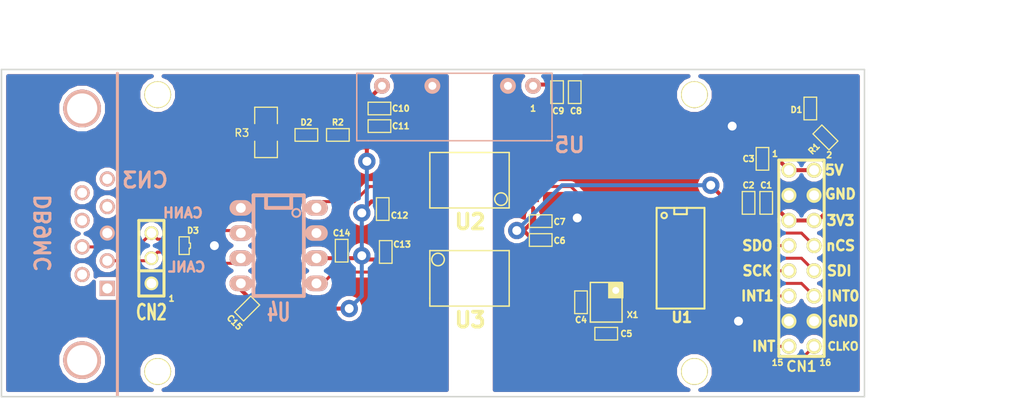
<source format=kicad_pcb>
(kicad_pcb (version 3) (host pcbnew "(2013-07-07 BZR 4022)-stable")

  (general
    (links 35)
    (no_connects 1)
    (area 38.024999 31.039999 125.170001 64.210001)
    (thickness 1.6)
    (drawings 28)
    (tracks 214)
    (zones 0)
    (modules 34)
    (nets 2)
  )

  (page A4)
  (layers
    (15 Gorna signal)
    (0 Dolna signal)
    (16 Kleju_Dolna user)
    (17 Kleju_Gorna user)
    (18 Pasty_Dolna user)
    (19 Pasty_Gorna user)
    (20 Opisowa_Dolna user)
    (21 Opisowa_Gorna user)
    (22 Maski_Dolna user)
    (23 Maski_Gorna user)
    (24 Rysunkowa user)
    (25 Komentarzy user)
    (26 ECO1 user)
    (27 ECO2 user)
    (28 Krawedziowa user)
  )

  (setup
    (last_trace_width 0.254)
    (user_trace_width 0.254)
    (user_trace_width 0.3)
    (user_trace_width 0.35)
    (user_trace_width 0.4)
    (trace_clearance 0.254)
    (zone_clearance 0.4)
    (zone_45_only no)
    (trace_min 0.254)
    (segment_width 0.2)
    (edge_width 0.15)
    (via_size 0.889)
    (via_drill 0.635)
    (via_min_size 0.889)
    (via_min_drill 0.508)
    (user_via 1.75 0.9)
    (uvia_size 0.508)
    (uvia_drill 0.127)
    (uvias_allowed no)
    (uvia_min_size 0.508)
    (uvia_min_drill 0.127)
    (pcb_text_width 0.3)
    (pcb_text_size 1.5 1.5)
    (mod_edge_width 0.15)
    (mod_text_size 1.5 1.5)
    (mod_text_width 0.15)
    (pad_size 1.397 1.397)
    (pad_drill 0.99)
    (pad_to_mask_clearance 0.1)
    (aux_axis_origin 38.1 31.115)
    (visible_elements 7FFFFFFF)
    (pcbplotparams
      (layerselection 284196865)
      (usegerberextensions true)
      (excludeedgelayer true)
      (linewidth 0.020000)
      (plotframeref false)
      (viasonmask false)
      (mode 1)
      (useauxorigin true)
      (hpglpennumber 1)
      (hpglpenspeed 20)
      (hpglpendiameter 15)
      (hpglpenoverlay 2)
      (psnegative false)
      (psa4output false)
      (plotreference true)
      (plotvalue true)
      (plotothertext true)
      (plotinvisibletext false)
      (padsonsilk false)
      (subtractmaskfromsilk true)
      (outputformat 1)
      (mirror false)
      (drillshape 0)
      (scaleselection 1)
      (outputdirectory C:/Users/ADR/Desktop/SpiToCanFdBoard/ThirdGerberFile/Gerber/))
  )

  (net 0 "")
  (net 1 N-000001)

  (net_class Default "To jest domyślna klasa połączeń."
    (clearance 0.254)
    (trace_width 0.254)
    (via_dia 0.889)
    (via_drill 0.635)
    (uvia_dia 0.508)
    (uvia_drill 0.127)
    (add_net "")
    (add_net N-000001)
  )

  (module HOLE (layer Gorna) (tedit 61882A35) (tstamp 617FEFAC)
    (at 53.848 61.595)
    (attr smd)
    (fp_text reference HOLE (at 0 0) (layer Opisowa_Gorna) hide
      (effects (font (size 0.508 0.4572) (thickness 0.1143)))
    )
    (fp_text value Val** (at 0 0) (layer Opisowa_Gorna) hide
      (effects (font (size 0.508 0.4572) (thickness 0.1143)))
    )
    (pad 3 thru_hole circle (at 0 0) (size 2.7 2.7) (drill 2.5)
      (layers *.Cu *.Mask Opisowa_Gorna)
    )
    (model smd\resistors\R0603.wrl
      (at (xyz 0 0 0.001))
      (scale (xyz 0.5 0.5 0.5))
      (rotate (xyz 0 0 0))
    )
  )

  (module HOLE (layer Gorna) (tedit 61882A2E) (tstamp 617FEFA8)
    (at 53.848 33.655)
    (attr smd)
    (fp_text reference HOLE (at 0 0) (layer Opisowa_Gorna) hide
      (effects (font (size 0.508 0.4572) (thickness 0.1143)))
    )
    (fp_text value Val** (at 0 0) (layer Opisowa_Gorna) hide
      (effects (font (size 0.508 0.4572) (thickness 0.1143)))
    )
    (pad 3 thru_hole circle (at 0 0) (size 2.7 2.7) (drill 2.5)
      (layers *.Cu *.Mask Opisowa_Gorna)
    )
    (model smd\resistors\R0603.wrl
      (at (xyz 0 0 0.001))
      (scale (xyz 0.5 0.5 0.5))
      (rotate (xyz 0 0 0))
    )
  )

  (module SIL-3 (layer Gorna) (tedit 61882BC9) (tstamp 619B2556)
    (at 53.213 50.165 90)
    (descr "Connecteur 3 pins")
    (tags "CONN DEV")
    (fp_text reference SIL-3 (at 0 0 90) (layer Opisowa_Gorna) hide
      (effects (font (size 0.2 0.2) (thickness 0.05)))
    )
    (fp_text value CN2 (at -5.461 0 180) (layer Opisowa_Gorna)
      (effects (font (size 1.524 1.016) (thickness 0.254)))
    )
    (fp_line (start -3.81 1.27) (end -3.81 -1.27) (layer Opisowa_Gorna) (width 0.3048))
    (fp_line (start -3.81 -1.27) (end 3.81 -1.27) (layer Opisowa_Gorna) (width 0.3048))
    (fp_line (start 3.81 -1.27) (end 3.81 1.27) (layer Opisowa_Gorna) (width 0.3048))
    (fp_line (start 3.81 1.27) (end -3.81 1.27) (layer Opisowa_Gorna) (width 0.3048))
    (fp_line (start -1.27 -1.27) (end -1.27 1.27) (layer Opisowa_Gorna) (width 0.3048))
    (pad 1 thru_hole circle (at -2.54 0 90) (size 1.397 1.397) (drill 0.99)
      (layers *.Cu *.Mask Opisowa_Gorna)
      (net 1 N-000001)
    )
    (pad 2 thru_hole circle (at 0 0 90) (size 1.397 1.397) (drill 0.99)
      (layers *.Cu *.Mask Opisowa_Gorna)
    )
    (pad 3 thru_hole circle (at 2.54 0 90) (size 1.397 1.397) (drill 0.99)
      (layers *.Cu *.Mask Opisowa_Gorna)
    )
  )

  (module DIP-8__300_ELL (layer Dolna) (tedit 619A8EFB) (tstamp 617FEF36)
    (at 66.04 48.895 270)
    (descr "8 pins DIL package, elliptical pads")
    (tags DIL)
    (fp_text reference U4 (at 6.731 0 360) (layer Opisowa_Dolna)
      (effects (font (size 1.778 1.143) (thickness 0.28575)) (justify mirror))
    )
    (fp_text value DIP-8_300_ELL (at 0 0 270) (layer Opisowa_Dolna) hide
      (effects (font (size 1.778 1.016) (thickness 0.254)) (justify mirror))
    )
    (fp_line (start -5.08 1.27) (end -3.81 1.27) (layer Opisowa_Dolna) (width 0.381))
    (fp_line (start -3.81 1.27) (end -3.81 -1.27) (layer Opisowa_Dolna) (width 0.381))
    (fp_line (start -3.81 -1.27) (end -5.08 -1.27) (layer Opisowa_Dolna) (width 0.381))
    (fp_line (start -5.08 2.54) (end 5.08 2.54) (layer Opisowa_Dolna) (width 0.381))
    (fp_line (start 5.08 2.54) (end 5.08 -2.54) (layer Opisowa_Dolna) (width 0.381))
    (fp_line (start 5.08 -2.54) (end -5.08 -2.54) (layer Opisowa_Dolna) (width 0.381))
    (fp_line (start -5.08 -2.54) (end -5.08 2.54) (layer Opisowa_Dolna) (width 0.381))
    (pad 1 thru_hole oval (at -3.81 -3.81 270) (size 1.5748 2.286) (drill 0.99)
      (layers *.Cu *.Mask Opisowa_Dolna)
    )
    (pad 2 thru_hole oval (at -1.27 -3.81 270) (size 1.5748 2.286) (drill 0.99)
      (layers *.Cu *.Mask Opisowa_Dolna)
      (net 1 N-000001)
    )
    (pad 3 thru_hole oval (at 1.27 -3.81 270) (size 1.5748 2.286) (drill 0.99)
      (layers *.Cu *.Mask Opisowa_Dolna)
    )
    (pad 4 thru_hole oval (at 3.81 -3.81 270) (size 1.5748 2.286) (drill 0.99)
      (layers *.Cu *.Mask Opisowa_Dolna)
    )
    (pad 5 thru_hole oval (at 3.81 3.81 270) (size 1.5748 2.286) (drill 0.99)
      (layers *.Cu *.Mask Opisowa_Dolna)
    )
    (pad 6 thru_hole oval (at 1.27 3.81 270) (size 1.5748 2.286) (drill 0.99)
      (layers *.Cu *.Mask Opisowa_Dolna)
    )
    (pad 7 thru_hole oval (at -1.27 3.81 270) (size 1.5748 2.286) (drill 0.99)
      (layers *.Cu *.Mask Opisowa_Dolna)
    )
    (pad 8 thru_hole oval (at -3.81 3.81 270) (size 1.5748 2.286) (drill 0.99)
      (layers *.Cu *.Mask Opisowa_Dolna)
      (net 1 N-000001)
    )
    (model dil/dil_8.wrl
      (at (xyz 0 0 0))
      (scale (xyz 1 1 1))
      (rotate (xyz 0 0 0))
    )
  )

  (module SO14N (layer Gorna) (tedit 61882708) (tstamp 61388E3D)
    (at 106.68 50.165 270)
    (descr "Module CMS SOJ 14 pins Large")
    (tags "CMS SOJ")
    (attr smd)
    (fp_text reference SO14N (at 0 -1.27 270) (layer Opisowa_Gorna) hide
      (effects (font (size 1.016 1.143) (thickness 0.127)))
    )
    (fp_text value U1 (at 5.969 0 360) (layer Opisowa_Gorna)
      (effects (font (size 1.016 1.016) (thickness 0.254)))
    )
    (fp_line (start 5.08 -2.286) (end 5.08 2.54) (layer Opisowa_Gorna) (width 0.2032))
    (fp_line (start 5.08 2.54) (end -5.08 2.54) (layer Opisowa_Gorna) (width 0.2032))
    (fp_line (start -5.08 2.54) (end -5.08 -2.286) (layer Opisowa_Gorna) (width 0.2032))
    (fp_line (start -5.08 -2.286) (end 5.08 -2.286) (layer Opisowa_Gorna) (width 0.2032))
    (fp_line (start -5.08 -0.508) (end -4.445 -0.508) (layer Opisowa_Gorna) (width 0.2032))
    (fp_line (start -4.445 -0.508) (end -4.445 0.762) (layer Opisowa_Gorna) (width 0.2032))
    (fp_line (start -4.445 0.762) (end -5.08 0.762) (layer Opisowa_Gorna) (width 0.2032))
    (pad 1 smd rect (at -3.81 3.302 270) (size 0.508 2.143)
      (layers Gorna Pasty_Gorna Maski_Gorna)
    )
    (pad 2 smd rect (at -2.54 3.302 270) (size 0.508 2.143)
      (layers Gorna Pasty_Gorna Maski_Gorna)
    )
    (pad 3 smd rect (at -1.27 3.302 270) (size 0.508 2.143)
      (layers Gorna Pasty_Gorna Maski_Gorna)
    )
    (pad 4 smd rect (at 0 3.302 270) (size 0.508 2.143)
      (layers Gorna Pasty_Gorna Maski_Gorna)
    )
    (pad 5 smd rect (at 1.27 3.302 270) (size 0.508 2.143)
      (layers Gorna Pasty_Gorna Maski_Gorna)
    )
    (pad 6 smd rect (at 2.54 3.302 270) (size 0.508 2.143)
      (layers Gorna Pasty_Gorna Maski_Gorna)
    )
    (pad 7 smd rect (at 3.81 3.302 270) (size 0.508 2.143)
      (layers Gorna Pasty_Gorna Maski_Gorna)
      (net 1 N-000001)
    )
    (pad 8 smd rect (at 3.81 -3.048 270) (size 0.508 2.143)
      (layers Gorna Pasty_Gorna Maski_Gorna)
    )
    (pad 9 smd rect (at 2.54 -3.048 270) (size 0.508 2.143)
      (layers Gorna Pasty_Gorna Maski_Gorna)
    )
    (pad 11 smd rect (at 0 -3.048 270) (size 0.508 2.143)
      (layers Gorna Pasty_Gorna Maski_Gorna)
    )
    (pad 12 smd rect (at -1.27 -3.048 270) (size 0.508 2.143)
      (layers Gorna Pasty_Gorna Maski_Gorna)
    )
    (pad 13 smd rect (at -2.54 -3.048 270) (size 0.508 2.143)
      (layers Gorna Pasty_Gorna Maski_Gorna)
    )
    (pad 14 smd rect (at -3.81 -3.048 270) (size 0.508 2.143)
      (layers Gorna Pasty_Gorna Maski_Gorna)
    )
    (pad 10 smd rect (at 1.27 -3.048 270) (size 0.508 2.143)
      (layers Gorna Pasty_Gorna Maski_Gorna)
    )
    (model smd/cms_so14.wrl
      (at (xyz 0 0 0))
      (scale (xyz 0.5 0.4 0.5))
      (rotate (xyz 0 0 0))
    )
  )

  (module SM0603 (layer Gorna) (tedit 61882801) (tstamp 613AF8E6)
    (at 113.411 44.577 90)
    (attr smd)
    (fp_text reference SM0603 (at 0 0 90) (layer Opisowa_Gorna) hide
      (effects (font (size 0.508 0.4572) (thickness 0.1143)))
    )
    (fp_text value C2 (at 1.778 0 180) (layer Opisowa_Gorna)
      (effects (font (size 0.6 0.6) (thickness 0.15)))
    )
    (fp_line (start -1.143 -0.635) (end 1.143 -0.635) (layer Opisowa_Gorna) (width 0.127))
    (fp_line (start 1.143 -0.635) (end 1.143 0.635) (layer Opisowa_Gorna) (width 0.127))
    (fp_line (start 1.143 0.635) (end -1.143 0.635) (layer Opisowa_Gorna) (width 0.127))
    (fp_line (start -1.143 0.635) (end -1.143 -0.635) (layer Opisowa_Gorna) (width 0.127))
    (pad 1 smd rect (at -0.762 0 90) (size 0.635 1.143)
      (layers Gorna Pasty_Gorna Maski_Gorna)
    )
    (pad 2 smd rect (at 0.762 0 90) (size 0.635 1.143)
      (layers Gorna Pasty_Gorna Maski_Gorna)
      (net 1 N-000001)
    )
    (model smd\resistors\R0603.wrl
      (at (xyz 0 0 0.001))
      (scale (xyz 0.5 0.5 0.5))
      (rotate (xyz 0 0 0))
    )
  )

  (module SM0603 (layer Gorna) (tedit 618827FE) (tstamp 613AF90B)
    (at 115.189 44.577 90)
    (attr smd)
    (fp_text reference SM0603 (at 0 0 90) (layer Opisowa_Gorna) hide
      (effects (font (size 0.508 0.4572) (thickness 0.1143)))
    )
    (fp_text value C1 (at 1.778 0 180) (layer Opisowa_Gorna)
      (effects (font (size 0.6 0.6) (thickness 0.15)))
    )
    (fp_line (start -1.143 -0.635) (end 1.143 -0.635) (layer Opisowa_Gorna) (width 0.127))
    (fp_line (start 1.143 -0.635) (end 1.143 0.635) (layer Opisowa_Gorna) (width 0.127))
    (fp_line (start 1.143 0.635) (end -1.143 0.635) (layer Opisowa_Gorna) (width 0.127))
    (fp_line (start -1.143 0.635) (end -1.143 -0.635) (layer Opisowa_Gorna) (width 0.127))
    (pad 1 smd rect (at -0.762 0 90) (size 0.635 1.143)
      (layers Gorna Pasty_Gorna Maski_Gorna)
    )
    (pad 2 smd rect (at 0.762 0 90) (size 0.635 1.143)
      (layers Gorna Pasty_Gorna Maski_Gorna)
      (net 1 N-000001)
    )
    (model smd\resistors\R0603.wrl
      (at (xyz 0 0 0.001))
      (scale (xyz 0.5 0.5 0.5))
      (rotate (xyz 0 0 0))
    )
  )

  (module XT_324 (layer Gorna) (tedit 61882810) (tstamp 6138571D)
    (at 99.06 54.61 90)
    (fp_text reference XT_324 (at 0 -1.27 90) (layer Opisowa_Gorna) hide
      (effects (font (size 0.2 0.5) (thickness 0.05)))
    )
    (fp_text value X1 (at -1.27 2.667 180) (layer Opisowa_Gorna)
      (effects (font (size 0.6 0.6) (thickness 0.15)))
    )
    (fp_line (start -2 1.6) (end -2 -1.6) (layer Opisowa_Gorna) (width 0.15))
    (fp_line (start -2 -1.6) (end 2 -1.6) (layer Opisowa_Gorna) (width 0.15))
    (fp_line (start 2 -1.6) (end 2 1.6) (layer Opisowa_Gorna) (width 0.15))
    (fp_line (start 2 1.6) (end -2 1.6) (layer Opisowa_Gorna) (width 0.15))
    (pad 2 thru_hole rect (at 1.1938 0.9652 90) (size 1.6 1.55) (drill 0.7)
      (layers *.Cu *.Mask Opisowa_Gorna)
      (net 1 N-000001)
    )
    (pad 3 smd rect (at 1.1 -0.8 90) (size 1.4 1.15)
      (layers Gorna Pasty_Gorna Maski_Gorna)
    )
    (pad 4 smd rect (at -1.1 -0.8 90) (size 1.4 1.15)
      (layers Gorna Pasty_Gorna Maski_Gorna)
      (net 1 N-000001)
    )
    (pad 1 smd rect (at -1.1 0.8 90) (size 1.4 1.15)
      (layers Gorna Pasty_Gorna Maski_Gorna)
    )
  )

  (module SM0603 (layer Gorna) (tedit 61882A82) (tstamp 6138B5EC)
    (at 99.06 57.785)
    (attr smd)
    (fp_text reference SM0603 (at 0 0) (layer Opisowa_Gorna) hide
      (effects (font (size 0.508 0.4572) (thickness 0.1143)))
    )
    (fp_text value C5 (at 2.032 0) (layer Opisowa_Gorna)
      (effects (font (size 0.6 0.6) (thickness 0.15)))
    )
    (fp_line (start -1.143 -0.635) (end 1.143 -0.635) (layer Opisowa_Gorna) (width 0.127))
    (fp_line (start 1.143 -0.635) (end 1.143 0.635) (layer Opisowa_Gorna) (width 0.127))
    (fp_line (start 1.143 0.635) (end -1.143 0.635) (layer Opisowa_Gorna) (width 0.127))
    (fp_line (start -1.143 0.635) (end -1.143 -0.635) (layer Opisowa_Gorna) (width 0.127))
    (pad 1 smd rect (at -0.762 0) (size 0.635 1.143)
      (layers Gorna Pasty_Gorna Maski_Gorna)
      (net 1 N-000001)
    )
    (pad 2 smd rect (at 0.762 0) (size 0.635 1.143)
      (layers Gorna Pasty_Gorna Maski_Gorna)
    )
    (model smd\resistors\R0603.wrl
      (at (xyz 0 0 0.001))
      (scale (xyz 0.5 0.5 0.5))
      (rotate (xyz 0 0 0))
    )
  )

  (module SM0603 (layer Gorna) (tedit 61882A80) (tstamp 6138B5FF)
    (at 96.52 54.61 90)
    (attr smd)
    (fp_text reference SM0603 (at 0 0 90) (layer Opisowa_Gorna) hide
      (effects (font (size 0.508 0.4572) (thickness 0.1143)))
    )
    (fp_text value C4 (at -1.778 0 180) (layer Opisowa_Gorna)
      (effects (font (size 0.6 0.6) (thickness 0.15)))
    )
    (fp_line (start -1.143 -0.635) (end 1.143 -0.635) (layer Opisowa_Gorna) (width 0.127))
    (fp_line (start 1.143 -0.635) (end 1.143 0.635) (layer Opisowa_Gorna) (width 0.127))
    (fp_line (start 1.143 0.635) (end -1.143 0.635) (layer Opisowa_Gorna) (width 0.127))
    (fp_line (start -1.143 0.635) (end -1.143 -0.635) (layer Opisowa_Gorna) (width 0.127))
    (pad 1 smd rect (at -0.762 0 90) (size 0.635 1.143)
      (layers Gorna Pasty_Gorna Maski_Gorna)
      (net 1 N-000001)
    )
    (pad 2 smd rect (at 0.762 0 90) (size 0.635 1.143)
      (layers Gorna Pasty_Gorna Maski_Gorna)
    )
    (model smd\resistors\R0603.wrl
      (at (xyz 0 0 0.001))
      (scale (xyz 0.5 0.5 0.5))
      (rotate (xyz 0 0 0))
    )
  )

  (module SM0603 (layer Gorna) (tedit 61882803) (tstamp 6138B7D6)
    (at 114.808 40.132 90)
    (attr smd)
    (fp_text reference SM0603 (at 0 0 90) (layer Opisowa_Gorna) hide
      (effects (font (size 0.508 0.4572) (thickness 0.1143)))
    )
    (fp_text value C3 (at 0 -1.397 180) (layer Opisowa_Gorna)
      (effects (font (size 0.6 0.6) (thickness 0.15)))
    )
    (fp_line (start -1.143 -0.635) (end 1.143 -0.635) (layer Opisowa_Gorna) (width 0.127))
    (fp_line (start 1.143 -0.635) (end 1.143 0.635) (layer Opisowa_Gorna) (width 0.127))
    (fp_line (start 1.143 0.635) (end -1.143 0.635) (layer Opisowa_Gorna) (width 0.127))
    (fp_line (start -1.143 0.635) (end -1.143 -0.635) (layer Opisowa_Gorna) (width 0.127))
    (pad 1 smd rect (at -0.762 0 90) (size 0.635 1.143)
      (layers Gorna Pasty_Gorna Maski_Gorna)
      (net 1 N-000001)
    )
    (pad 2 smd rect (at 0.762 0 90) (size 0.635 1.143)
      (layers Gorna Pasty_Gorna Maski_Gorna)
    )
    (model smd\resistors\R0603.wrl
      (at (xyz 0 0 0.001))
      (scale (xyz 0.5 0.5 0.5))
      (rotate (xyz 0 0 0))
    )
  )

  (module HOLE (layer Gorna) (tedit 61882A42) (tstamp 613A9832)
    (at 107.95 33.655)
    (attr smd)
    (fp_text reference HOLE (at 0 0) (layer Opisowa_Gorna) hide
      (effects (font (size 0.508 0.4572) (thickness 0.1143)))
    )
    (fp_text value Val** (at 0 0) (layer Opisowa_Gorna) hide
      (effects (font (size 0.508 0.4572) (thickness 0.1143)))
    )
    (pad 3 thru_hole circle (at 0 0) (size 2.7 2.7) (drill 2.5)
      (layers *.Cu *.Mask Opisowa_Gorna)
    )
    (model smd\resistors\R0603.wrl
      (at (xyz 0 0 0.001))
      (scale (xyz 0.5 0.5 0.5))
      (rotate (xyz 0 0 0))
    )
  )

  (module HOLE (layer Gorna) (tedit 61882A3C) (tstamp 613A983B)
    (at 107.95 61.595)
    (attr smd)
    (fp_text reference HOLE (at 0 0) (layer Opisowa_Gorna) hide
      (effects (font (size 0.508 0.4572) (thickness 0.1143)))
    )
    (fp_text value Val** (at 0 0) (layer Opisowa_Gorna) hide
      (effects (font (size 0.508 0.4572) (thickness 0.1143)))
    )
    (pad 3 thru_hole circle (at 0 0) (size 2.7 2.7) (drill 2.5)
      (layers *.Cu *.Mask Opisowa_Gorna)
    )
    (model smd\resistors\R0603.wrl
      (at (xyz 0 0 0.001))
      (scale (xyz 0.5 0.5 0.5))
      (rotate (xyz 0 0 0))
    )
  )

  (module SM0603 (layer Gorna) (tedit 6188281A) (tstamp 617FEDBF)
    (at 92.456 46.4185)
    (attr smd)
    (fp_text reference SM0603 (at 0 0) (layer Opisowa_Gorna) hide
      (effects (font (size 0.508 0.4572) (thickness 0.1143)))
    )
    (fp_text value C7 (at 1.905 0.0635) (layer Opisowa_Gorna)
      (effects (font (size 0.6 0.6) (thickness 0.15)))
    )
    (fp_line (start -1.143 -0.635) (end 1.143 -0.635) (layer Opisowa_Gorna) (width 0.127))
    (fp_line (start 1.143 -0.635) (end 1.143 0.635) (layer Opisowa_Gorna) (width 0.127))
    (fp_line (start 1.143 0.635) (end -1.143 0.635) (layer Opisowa_Gorna) (width 0.127))
    (fp_line (start -1.143 0.635) (end -1.143 -0.635) (layer Opisowa_Gorna) (width 0.127))
    (pad 1 smd rect (at -0.762 0) (size 0.635 1.143)
      (layers Gorna Pasty_Gorna Maski_Gorna)
    )
    (pad 2 smd rect (at 0.762 0) (size 0.635 1.143)
      (layers Gorna Pasty_Gorna Maski_Gorna)
      (net 1 N-000001)
    )
    (model smd\resistors\R0603.wrl
      (at (xyz 0 0 0.001))
      (scale (xyz 0.5 0.5 0.5))
      (rotate (xyz 0 0 0))
    )
  )

  (module SM0603 (layer Gorna) (tedit 6188281C) (tstamp 617FEDE8)
    (at 92.456 48.3235)
    (attr smd)
    (fp_text reference SM0603 (at 0 0) (layer Opisowa_Gorna) hide
      (effects (font (size 0.508 0.4572) (thickness 0.1143)))
    )
    (fp_text value C6 (at 1.905 0.0635) (layer Opisowa_Gorna)
      (effects (font (size 0.6 0.6) (thickness 0.15)))
    )
    (fp_line (start -1.143 -0.635) (end 1.143 -0.635) (layer Opisowa_Gorna) (width 0.127))
    (fp_line (start 1.143 -0.635) (end 1.143 0.635) (layer Opisowa_Gorna) (width 0.127))
    (fp_line (start 1.143 0.635) (end -1.143 0.635) (layer Opisowa_Gorna) (width 0.127))
    (fp_line (start -1.143 0.635) (end -1.143 -0.635) (layer Opisowa_Gorna) (width 0.127))
    (pad 1 smd rect (at -0.762 0) (size 0.635 1.143)
      (layers Gorna Pasty_Gorna Maski_Gorna)
    )
    (pad 2 smd rect (at 0.762 0) (size 0.635 1.143)
      (layers Gorna Pasty_Gorna Maski_Gorna)
      (net 1 N-000001)
    )
    (model smd\resistors\R0603.wrl
      (at (xyz 0 0 0.001))
      (scale (xyz 0.5 0.5 0.5))
      (rotate (xyz 0 0 0))
    )
  )

  (module SM0603 (layer Gorna) (tedit 6188299F) (tstamp 617FEF17)
    (at 95.885 33.401 270)
    (attr smd)
    (fp_text reference SM0603 (at 0 0 270) (layer Opisowa_Gorna) hide
      (effects (font (size 0.508 0.4572) (thickness 0.1143)))
    )
    (fp_text value C8 (at 1.905 -0.127 360) (layer Opisowa_Gorna)
      (effects (font (size 0.6 0.6) (thickness 0.15)))
    )
    (fp_line (start -1.143 -0.635) (end 1.143 -0.635) (layer Opisowa_Gorna) (width 0.127))
    (fp_line (start 1.143 -0.635) (end 1.143 0.635) (layer Opisowa_Gorna) (width 0.127))
    (fp_line (start 1.143 0.635) (end -1.143 0.635) (layer Opisowa_Gorna) (width 0.127))
    (fp_line (start -1.143 0.635) (end -1.143 -0.635) (layer Opisowa_Gorna) (width 0.127))
    (pad 1 smd rect (at -0.762 0 270) (size 0.635 1.143)
      (layers Gorna Pasty_Gorna Maski_Gorna)
    )
    (pad 2 smd rect (at 0.762 0 270) (size 0.635 1.143)
      (layers Gorna Pasty_Gorna Maski_Gorna)
      (net 1 N-000001)
    )
    (model smd\resistors\R0603.wrl
      (at (xyz 0 0 0.001))
      (scale (xyz 0.5 0.5 0.5))
      (rotate (xyz 0 0 0))
    )
  )

  (module SM0603 (layer Gorna) (tedit 618827E4) (tstamp 617FF01E)
    (at 76.2 35.052)
    (attr smd)
    (fp_text reference SM0603 (at 0 0) (layer Opisowa_Gorna) hide
      (effects (font (size 0.508 0.4572) (thickness 0.1143)))
    )
    (fp_text value C10 (at 2.159 0) (layer Opisowa_Gorna)
      (effects (font (size 0.6 0.6) (thickness 0.15)))
    )
    (fp_line (start -1.143 -0.635) (end 1.143 -0.635) (layer Opisowa_Gorna) (width 0.127))
    (fp_line (start 1.143 -0.635) (end 1.143 0.635) (layer Opisowa_Gorna) (width 0.127))
    (fp_line (start 1.143 0.635) (end -1.143 0.635) (layer Opisowa_Gorna) (width 0.127))
    (fp_line (start -1.143 0.635) (end -1.143 -0.635) (layer Opisowa_Gorna) (width 0.127))
    (pad 1 smd rect (at -0.762 0) (size 0.635 1.143)
      (layers Gorna Pasty_Gorna Maski_Gorna)
    )
    (pad 2 smd rect (at 0.762 0) (size 0.635 1.143)
      (layers Gorna Pasty_Gorna Maski_Gorna)
      (net 1 N-000001)
    )
    (model smd\resistors\R0603.wrl
      (at (xyz 0 0 0.001))
      (scale (xyz 0.5 0.5 0.5))
      (rotate (xyz 0 0 0))
    )
  )

  (module SM0603 (layer Gorna) (tedit 6188285C) (tstamp 617FF086)
    (at 72.39 49.403 90)
    (attr smd)
    (fp_text reference SM0603 (at 0 0 90) (layer Opisowa_Gorna) hide
      (effects (font (size 0.508 0.4572) (thickness 0.1143)))
    )
    (fp_text value C14 (at 1.778 0 180) (layer Opisowa_Gorna)
      (effects (font (size 0.6 0.6) (thickness 0.15)))
    )
    (fp_line (start -1.143 -0.635) (end 1.143 -0.635) (layer Opisowa_Gorna) (width 0.127))
    (fp_line (start 1.143 -0.635) (end 1.143 0.635) (layer Opisowa_Gorna) (width 0.127))
    (fp_line (start 1.143 0.635) (end -1.143 0.635) (layer Opisowa_Gorna) (width 0.127))
    (fp_line (start -1.143 0.635) (end -1.143 -0.635) (layer Opisowa_Gorna) (width 0.127))
    (pad 1 smd rect (at -0.762 0 90) (size 0.635 1.143)
      (layers Gorna Pasty_Gorna Maski_Gorna)
    )
    (pad 2 smd rect (at 0.762 0 90) (size 0.635 1.143)
      (layers Gorna Pasty_Gorna Maski_Gorna)
      (net 1 N-000001)
    )
    (model smd\resistors\R0603.wrl
      (at (xyz 0 0 0.001))
      (scale (xyz 0.5 0.5 0.5))
      (rotate (xyz 0 0 0))
    )
  )

  (module SM0603 (layer Gorna) (tedit 6188293C) (tstamp 617FF09F)
    (at 76.835 49.53 270)
    (attr smd)
    (fp_text reference SM0603 (at 0 0 270) (layer Opisowa_Gorna) hide
      (effects (font (size 0.508 0.4572) (thickness 0.1143)))
    )
    (fp_text value C13 (at -0.762 -1.651 360) (layer Opisowa_Gorna)
      (effects (font (size 0.6 0.6) (thickness 0.15)))
    )
    (fp_line (start -1.143 -0.635) (end 1.143 -0.635) (layer Opisowa_Gorna) (width 0.127))
    (fp_line (start 1.143 -0.635) (end 1.143 0.635) (layer Opisowa_Gorna) (width 0.127))
    (fp_line (start 1.143 0.635) (end -1.143 0.635) (layer Opisowa_Gorna) (width 0.127))
    (fp_line (start -1.143 0.635) (end -1.143 -0.635) (layer Opisowa_Gorna) (width 0.127))
    (pad 1 smd rect (at -0.761999 0 270) (size 0.635 1.143)
      (layers Gorna Pasty_Gorna Maski_Gorna)
      (net 1 N-000001)
    )
    (pad 2 smd rect (at 0.762 0 270) (size 0.635 1.143)
      (layers Gorna Pasty_Gorna Maski_Gorna)
    )
    (model smd\resistors\R0603.wrl
      (at (xyz 0 0 0.001))
      (scale (xyz 0.5 0.5 0.5))
      (rotate (xyz 0 0 0))
    )
  )

  (module SM0603 (layer Gorna) (tedit 6188293A) (tstamp 6188E612)
    (at 76.5302 45.1993 270)
    (attr smd)
    (fp_text reference SM0603 (at 0 0 270) (layer Opisowa_Gorna) hide
      (effects (font (size 0.508 0.4572) (thickness 0.1143)))
    )
    (fp_text value C12 (at 0.6477 -1.7018 360) (layer Opisowa_Gorna)
      (effects (font (size 0.6 0.6) (thickness 0.15)))
    )
    (fp_line (start -1.143 -0.635) (end 1.143 -0.635) (layer Opisowa_Gorna) (width 0.127))
    (fp_line (start 1.143 -0.635) (end 1.143 0.635) (layer Opisowa_Gorna) (width 0.127))
    (fp_line (start 1.143 0.635) (end -1.143 0.635) (layer Opisowa_Gorna) (width 0.127))
    (fp_line (start -1.143 0.635) (end -1.143 -0.635) (layer Opisowa_Gorna) (width 0.127))
    (pad 1 smd rect (at -0.762 0 270) (size 0.635 1.143)
      (layers Gorna Pasty_Gorna Maski_Gorna)
    )
    (pad 2 smd rect (at 0.762 0 270) (size 0.635 1.143)
      (layers Gorna Pasty_Gorna Maski_Gorna)
      (net 1 N-000001)
    )
    (model smd\resistors\R0603.wrl
      (at (xyz 0 0 0.001))
      (scale (xyz 0.5 0.5 0.5))
      (rotate (xyz 0 0 0))
    )
  )

  (module SM0603 (layer Gorna) (tedit 618827A3) (tstamp 617FF1E5)
    (at 62.865 55.245 225)
    (attr smd)
    (fp_text reference SM0603 (at 0 0 225) (layer Opisowa_Gorna) hide
      (effects (font (size 0.508 0.4572) (thickness 0.1143)))
    )
    (fp_text value C15 (at 1.885854 -0.089803 315) (layer Opisowa_Gorna)
      (effects (font (size 0.6 0.6) (thickness 0.15)))
    )
    (fp_line (start -1.143 -0.635) (end 1.143 -0.635) (layer Opisowa_Gorna) (width 0.127))
    (fp_line (start 1.143 -0.635) (end 1.143 0.635) (layer Opisowa_Gorna) (width 0.127))
    (fp_line (start 1.143 0.635) (end -1.143 0.635) (layer Opisowa_Gorna) (width 0.127))
    (fp_line (start -1.143 0.635) (end -1.143 -0.635) (layer Opisowa_Gorna) (width 0.127))
    (pad 1 smd rect (at -0.762 0 225) (size 0.635 1.143)
      (layers Gorna Pasty_Gorna Maski_Gorna)
    )
    (pad 2 smd rect (at 0.762 0 225) (size 0.635 1.143)
      (layers Gorna Pasty_Gorna Maski_Gorna)
      (net 1 N-000001)
    )
    (model smd\resistors\R0603.wrl
      (at (xyz 0 0 0.001))
      (scale (xyz 0.5 0.5 0.5))
      (rotate (xyz 0 0 0))
    )
  )

  (module SM0603 (layer Gorna) (tedit 6188276E) (tstamp 617FF291)
    (at 72.009 37.719)
    (attr smd)
    (fp_text reference SM0603 (at 0 0) (layer Opisowa_Gorna) hide
      (effects (font (size 0.508 0.4572) (thickness 0.1143)))
    )
    (fp_text value R2 (at 0 -1.27) (layer Opisowa_Gorna)
      (effects (font (size 0.6 0.6) (thickness 0.15)))
    )
    (fp_line (start -1.143 -0.635) (end 1.143 -0.635) (layer Opisowa_Gorna) (width 0.127))
    (fp_line (start 1.143 -0.635) (end 1.143 0.635) (layer Opisowa_Gorna) (width 0.127))
    (fp_line (start 1.143 0.635) (end -1.143 0.635) (layer Opisowa_Gorna) (width 0.127))
    (fp_line (start -1.143 0.635) (end -1.143 -0.635) (layer Opisowa_Gorna) (width 0.127))
    (pad 1 smd rect (at -0.762 0) (size 0.635 1.143)
      (layers Gorna Pasty_Gorna Maski_Gorna)
    )
    (pad 2 smd rect (at 0.762 0) (size 0.635 1.143)
      (layers Gorna Pasty_Gorna Maski_Gorna)
    )
    (model smd\resistors\R0603.wrl
      (at (xyz 0 0 0.001))
      (scale (xyz 0.5 0.5 0.5))
      (rotate (xyz 0 0 0))
    )
  )

  (module SM0603 (layer Gorna) (tedit 61882823) (tstamp 617FF2A4)
    (at 68.834 37.719)
    (attr smd)
    (fp_text reference SM0603 (at 0 0) (layer Opisowa_Gorna) hide
      (effects (font (size 0.508 0.4572) (thickness 0.1143)))
    )
    (fp_text value D2 (at 0 -1.27) (layer Opisowa_Gorna)
      (effects (font (size 0.6 0.6) (thickness 0.15)))
    )
    (fp_line (start -1.143 -0.635) (end 1.143 -0.635) (layer Opisowa_Gorna) (width 0.127))
    (fp_line (start 1.143 -0.635) (end 1.143 0.635) (layer Opisowa_Gorna) (width 0.127))
    (fp_line (start 1.143 0.635) (end -1.143 0.635) (layer Opisowa_Gorna) (width 0.127))
    (fp_line (start -1.143 0.635) (end -1.143 -0.635) (layer Opisowa_Gorna) (width 0.127))
    (pad 1 smd rect (at -0.762 0) (size 0.635 1.143)
      (layers Gorna Pasty_Gorna Maski_Gorna)
      (net 1 N-000001)
    )
    (pad 2 smd rect (at 0.762 0) (size 0.635 1.143)
      (layers Gorna Pasty_Gorna Maski_Gorna)
    )
    (model smd\resistors\R0603.wrl
      (at (xyz 0 0 0.001))
      (scale (xyz 0.5 0.5 0.5))
      (rotate (xyz 0 0 0))
    )
  )

  (module SM0603 (layer Gorna) (tedit 618827F8) (tstamp 617FF351)
    (at 121.158 37.973 135)
    (attr smd)
    (fp_text reference SM0603 (at 0 0 135) (layer Opisowa_Gorna) hide
      (effects (font (size 0.508 0.4572) (thickness 0.1143)))
    )
    (fp_text value R1 (at 0 -1.616446 225) (layer Opisowa_Gorna)
      (effects (font (size 0.6 0.6) (thickness 0.15)))
    )
    (fp_line (start -1.143 -0.635) (end 1.143 -0.635) (layer Opisowa_Gorna) (width 0.127))
    (fp_line (start 1.143 -0.635) (end 1.143 0.635) (layer Opisowa_Gorna) (width 0.127))
    (fp_line (start 1.143 0.635) (end -1.143 0.635) (layer Opisowa_Gorna) (width 0.127))
    (fp_line (start -1.143 0.635) (end -1.143 -0.635) (layer Opisowa_Gorna) (width 0.127))
    (pad 1 smd rect (at -0.762 0 135) (size 0.635 1.143)
      (layers Gorna Pasty_Gorna Maski_Gorna)
    )
    (pad 2 smd rect (at 0.762 0 135) (size 0.635 1.143)
      (layers Gorna Pasty_Gorna Maski_Gorna)
    )
    (model smd\resistors\R0603.wrl
      (at (xyz 0 0 0.001))
      (scale (xyz 0.5 0.5 0.5))
      (rotate (xyz 0 0 0))
    )
  )

  (module SM0603 (layer Gorna) (tedit 618827FA) (tstamp 617FF364)
    (at 119.634 35.052 270)
    (attr smd)
    (fp_text reference SM0603 (at 0 0 270) (layer Opisowa_Gorna) hide
      (effects (font (size 0.508 0.4572) (thickness 0.1143)))
    )
    (fp_text value D1 (at 0.127 1.397 360) (layer Opisowa_Gorna)
      (effects (font (size 0.6 0.6) (thickness 0.15)))
    )
    (fp_line (start -1.143 -0.635) (end 1.143 -0.635) (layer Opisowa_Gorna) (width 0.127))
    (fp_line (start 1.143 -0.635) (end 1.143 0.635) (layer Opisowa_Gorna) (width 0.127))
    (fp_line (start 1.143 0.635) (end -1.143 0.635) (layer Opisowa_Gorna) (width 0.127))
    (fp_line (start -1.143 0.635) (end -1.143 -0.635) (layer Opisowa_Gorna) (width 0.127))
    (pad 1 smd rect (at -0.762 0 270) (size 0.635 1.143)
      (layers Gorna Pasty_Gorna Maski_Gorna)
      (net 1 N-000001)
    )
    (pad 2 smd rect (at 0.762 0 270) (size 0.635 1.143)
      (layers Gorna Pasty_Gorna Maski_Gorna)
    )
    (model smd\resistors\R0603.wrl
      (at (xyz 0 0 0.001))
      (scale (xyz 0.5 0.5 0.5))
      (rotate (xyz 0 0 0))
    )
  )

  (module SO8W (layer Gorna) (tedit 618828CE) (tstamp 61834D36)
    (at 85.2805 52.197 270)
    (fp_text reference SO8W (at 0 -2 270) (layer Opisowa_Gorna) hide
      (effects (font (size 1.5 1.5) (thickness 0.15)))
    )
    (fp_text value U3 (at 4.191 -0.0635 360) (layer Opisowa_Gorna)
      (effects (font (size 1.5 1.5) (thickness 0.375)))
    )
    (fp_circle (center -1.905 3.175) (end -1.27 3.175) (layer Opisowa_Gorna) (width 0.15))
    (fp_line (start 2 4) (end 2.8 4) (layer Opisowa_Gorna) (width 0.15))
    (fp_line (start 2.8 4) (end 2.8 -4) (layer Opisowa_Gorna) (width 0.15))
    (fp_line (start 2.8 -4) (end -2.8 -4) (layer Opisowa_Gorna) (width 0.15))
    (fp_line (start -2.8 -4) (end -2.8 4) (layer Opisowa_Gorna) (width 0.15))
    (fp_line (start -2.8 4) (end -2 4) (layer Opisowa_Gorna) (width 0.15))
    (fp_line (start 2 4) (end -2 4) (layer Opisowa_Gorna) (width 0.15))
    (pad 5 smd rect (at 1.905 -5.5 270) (size 0.6 3)
      (layers Gorna Pasty_Gorna Maski_Gorna)
      (net 1 N-000001)
    )
    (pad 6 smd rect (at 0.635 -5.5 270) (size 0.6 3)
      (layers Gorna Pasty_Gorna Maski_Gorna)
    )
    (pad 7 smd rect (at -0.635 -5.5 270) (size 0.6 3)
      (layers Gorna Pasty_Gorna Maski_Gorna)
    )
    (pad 8 smd rect (at -1.905 -5.5 270) (size 0.6 3)
      (layers Gorna Pasty_Gorna Maski_Gorna)
    )
    (pad 1 smd rect (at -1.905 5.5 270) (size 0.6 3)
      (layers Gorna Pasty_Gorna Maski_Gorna)
    )
    (pad 2 smd rect (at -0.635 5.5 270) (size 0.6 3)
      (layers Gorna Pasty_Gorna Maski_Gorna)
    )
    (pad 3 smd rect (at 0.635 5.5 270) (size 0.6 3)
      (layers Gorna Pasty_Gorna Maski_Gorna)
    )
    (pad 4 smd rect (at 1.905 5.5 270) (size 0.6 3)
      (layers Gorna Pasty_Gorna Maski_Gorna)
      (net 1 N-000001)
    )
  )

  (module SO8W (layer Gorna) (tedit 618828C7) (tstamp 61834D70)
    (at 85.2805 42.291 90)
    (fp_text reference SO8W (at 0 -2 90) (layer Opisowa_Gorna) hide
      (effects (font (size 1.5 1.5) (thickness 0.15)))
    )
    (fp_text value U2 (at -4.191 0.0635 180) (layer Opisowa_Gorna)
      (effects (font (size 1.5 1.5) (thickness 0.375)))
    )
    (fp_circle (center -1.905 3.175) (end -1.27 3.175) (layer Opisowa_Gorna) (width 0.15))
    (fp_line (start 2 4) (end 2.8 4) (layer Opisowa_Gorna) (width 0.15))
    (fp_line (start 2.8 4) (end 2.8 -4) (layer Opisowa_Gorna) (width 0.15))
    (fp_line (start 2.8 -4) (end -2.8 -4) (layer Opisowa_Gorna) (width 0.15))
    (fp_line (start -2.8 -4) (end -2.8 4) (layer Opisowa_Gorna) (width 0.15))
    (fp_line (start -2.8 4) (end -2 4) (layer Opisowa_Gorna) (width 0.15))
    (fp_line (start 2 4) (end -2 4) (layer Opisowa_Gorna) (width 0.15))
    (pad 5 smd rect (at 1.905 -5.5 90) (size 0.6 3)
      (layers Gorna Pasty_Gorna Maski_Gorna)
      (net 1 N-000001)
    )
    (pad 6 smd rect (at 0.635 -5.5 90) (size 0.6 3)
      (layers Gorna Pasty_Gorna Maski_Gorna)
    )
    (pad 7 smd rect (at -0.635 -5.5 90) (size 0.6 3)
      (layers Gorna Pasty_Gorna Maski_Gorna)
    )
    (pad 8 smd rect (at -1.905 -5.5 90) (size 0.6 3)
      (layers Gorna Pasty_Gorna Maski_Gorna)
    )
    (pad 1 smd rect (at -1.905 5.5 90) (size 0.6 3)
      (layers Gorna Pasty_Gorna Maski_Gorna)
    )
    (pad 2 smd rect (at -0.635 5.5 90) (size 0.6 3)
      (layers Gorna Pasty_Gorna Maski_Gorna)
    )
    (pad 3 smd rect (at 0.635 5.5 90) (size 0.6 3)
      (layers Gorna Pasty_Gorna Maski_Gorna)
    )
    (pad 4 smd rect (at 1.905 5.5 90) (size 0.6 3)
      (layers Gorna Pasty_Gorna Maski_Gorna)
      (net 1 N-000001)
    )
  )

  (module RFMM (layer Dolna) (tedit 618828EA) (tstamp 6186C2C1)
    (at 84.074 35.306)
    (fp_text reference RFMM (at 0 1) (layer Opisowa_Dolna) hide
      (effects (font (size 1.5 1.5) (thickness 0.15)) (justify mirror))
    )
    (fp_text value U5 (at 11.303 3.429) (layer Opisowa_Dolna)
      (effects (font (size 1.5 1.5) (thickness 0.3)) (justify mirror))
    )
    (fp_line (start 9 3) (end 9.525 3) (layer Opisowa_Dolna) (width 0.15))
    (fp_line (start 9.525 3) (end 9.525 2.525) (layer Opisowa_Dolna) (width 0.15))
    (fp_line (start 8.89 -3.81) (end 9.525 -3.81) (layer Opisowa_Dolna) (width 0.15))
    (fp_line (start 9.525 -3.81) (end 9.525 2.54) (layer Opisowa_Dolna) (width 0.15))
    (fp_line (start -9 3) (end 9 3) (layer Opisowa_Dolna) (width 0.15))
    (fp_line (start 9 -3.81) (end 8.89 -3.81) (layer Opisowa_Dolna) (width 0.15))
    (fp_line (start -10.16 -1.27) (end -10.16 2.98) (layer Opisowa_Dolna) (width 0.15))
    (fp_line (start -10.16 2.98) (end -10.16 3) (layer Opisowa_Dolna) (width 0.15))
    (fp_line (start -10.16 3) (end -10 3) (layer Opisowa_Dolna) (width 0.15))
    (fp_line (start -10 3) (end -9 3) (layer Opisowa_Dolna) (width 0.15))
    (fp_line (start 8.89 -3.81) (end -10.16 -3.81) (layer Opisowa_Dolna) (width 0.15))
    (fp_line (start -10.16 -3.81) (end -10.16 -1.27) (layer Opisowa_Dolna) (width 0.15))
    (pad 1 thru_hole circle (at 7.62 -2.54) (size 1.6 1.6) (drill 0.8)
      (layers *.Cu *.Mask Opisowa_Dolna)
    )
    (pad 2 thru_hole circle (at 5.08 -2.54) (size 1.6 1.6) (drill 0.8)
      (layers *.Cu *.Mask Opisowa_Dolna)
      (net 1 N-000001)
    )
    (pad 5 thru_hole circle (at -2.54 -2.54) (size 1.6 1.6) (drill 0.8)
      (layers *.Cu *.Mask Opisowa_Dolna)
      (net 1 N-000001)
    )
    (pad 7 thru_hole circle (at -7.62 -2.54) (size 1.6 1.6) (drill 0.8)
      (layers *.Cu *.Mask Opisowa_Dolna)
    )
  )

  (module SM0603 (layer Gorna) (tedit 6188299C) (tstamp 618721F3)
    (at 94.107 33.401 270)
    (attr smd)
    (fp_text reference SM0603 (at 0 0 270) (layer Opisowa_Gorna) hide
      (effects (font (size 0.508 0.4572) (thickness 0.1143)))
    )
    (fp_text value C9 (at 1.905 -0.127 360) (layer Opisowa_Gorna)
      (effects (font (size 0.6 0.6) (thickness 0.15)))
    )
    (fp_line (start -1.143 -0.635) (end 1.143 -0.635) (layer Opisowa_Gorna) (width 0.127))
    (fp_line (start 1.143 -0.635) (end 1.143 0.635) (layer Opisowa_Gorna) (width 0.127))
    (fp_line (start 1.143 0.635) (end -1.143 0.635) (layer Opisowa_Gorna) (width 0.127))
    (fp_line (start -1.143 0.635) (end -1.143 -0.635) (layer Opisowa_Gorna) (width 0.127))
    (pad 1 smd rect (at -0.762 0 270) (size 0.635 1.143)
      (layers Gorna Pasty_Gorna Maski_Gorna)
    )
    (pad 2 smd rect (at 0.762 0 270) (size 0.635 1.143)
      (layers Gorna Pasty_Gorna Maski_Gorna)
      (net 1 N-000001)
    )
    (model smd\resistors\R0603.wrl
      (at (xyz 0 0 0.001))
      (scale (xyz 0.5 0.5 0.5))
      (rotate (xyz 0 0 0))
    )
  )

  (module SM0603 (layer Gorna) (tedit 618827EA) (tstamp 618722E9)
    (at 76.2 36.83)
    (attr smd)
    (fp_text reference SM0603 (at 0 0) (layer Opisowa_Gorna) hide
      (effects (font (size 0.508 0.4572) (thickness 0.1143)))
    )
    (fp_text value C11 (at 2.159 0) (layer Opisowa_Gorna)
      (effects (font (size 0.6 0.6) (thickness 0.15)))
    )
    (fp_line (start -1.143 -0.635) (end 1.143 -0.635) (layer Opisowa_Gorna) (width 0.127))
    (fp_line (start 1.143 -0.635) (end 1.143 0.635) (layer Opisowa_Gorna) (width 0.127))
    (fp_line (start 1.143 0.635) (end -1.143 0.635) (layer Opisowa_Gorna) (width 0.127))
    (fp_line (start -1.143 0.635) (end -1.143 -0.635) (layer Opisowa_Gorna) (width 0.127))
    (pad 1 smd rect (at -0.762 0) (size 0.635 1.143)
      (layers Gorna Pasty_Gorna Maski_Gorna)
    )
    (pad 2 smd rect (at 0.762 0) (size 0.635 1.143)
      (layers Gorna Pasty_Gorna Maski_Gorna)
      (net 1 N-000001)
    )
    (model smd\resistors\R0603.wrl
      (at (xyz 0 0 0.001))
      (scale (xyz 0.5 0.5 0.5))
      (rotate (xyz 0 0 0))
    )
  )

  (module SOT323 (layer Gorna) (tedit 61884FEE) (tstamp 6187E196)
    (at 56.515 48.895 90)
    (tags "SMD SOT")
    (attr smd)
    (fp_text reference SOT323 (at 0 0 90) (layer Opisowa_Gorna) hide
      (effects (font (size 0.2 0.2) (thickness 0.05)))
    )
    (fp_text value D3 (at 1.524 0.889 180) (layer Opisowa_Gorna)
      (effects (font (size 0.6 0.6) (thickness 0.15)))
    )
    (fp_line (start 0.254 0.508) (end 0.889 0.508) (layer Opisowa_Gorna) (width 0.127))
    (fp_line (start 0.889 0.508) (end 0.889 -0.508) (layer Opisowa_Gorna) (width 0.127))
    (fp_line (start -0.889 -0.508) (end -0.889 0.508) (layer Opisowa_Gorna) (width 0.127))
    (fp_line (start -0.889 0.508) (end -0.254 0.508) (layer Opisowa_Gorna) (width 0.127))
    (fp_line (start 0.254 0.635) (end 0.254 0.508) (layer Opisowa_Gorna) (width 0.127))
    (fp_line (start -0.254 0.508) (end -0.254 0.635) (layer Opisowa_Gorna) (width 0.127))
    (fp_line (start 0.889 -0.508) (end -0.889 -0.508) (layer Opisowa_Gorna) (width 0.127))
    (fp_line (start -0.254 0.635) (end 0.254 0.635) (layer Opisowa_Gorna) (width 0.127))
    (pad 2 smd rect (at -0.65024 -0.94996 90) (size 0.59944 1.00076)
      (layers Gorna Pasty_Gorna Maski_Gorna)
    )
    (pad 1 smd rect (at 0.65024 -0.94996 90) (size 0.59944 1.00076)
      (layers Gorna Pasty_Gorna Maski_Gorna)
    )
    (pad 3 smd rect (at 0 0.94996 90) (size 0.59944 1.60076)
      (layers Gorna Pasty_Gorna Maski_Gorna)
      (net 1 N-000001)
    )
    (model smd/SOT323.wrl
      (at (xyz 0 0 0.001))
      (scale (xyz 0.3937 0.3937 0.3937))
      (rotate (xyz 0 0 0))
    )
  )

  (module pin_array_8x2 (layer Gorna) (tedit 61883362) (tstamp 619B256F)
    (at 118.745 50.165 270)
    (descr "Double rangee de contacts 2 x 8 pins")
    (tags CONN)
    (fp_text reference PIN_ARRAY_8x2 (at 0 0 270) (layer Opisowa_Gorna) hide
      (effects (font (size 0.2 0.2) (thickness 0.05)))
    )
    (fp_text value CN1 (at 10.922 0 360) (layer Opisowa_Gorna)
      (effects (font (size 1.016 1.016) (thickness 0.2032)))
    )
    (fp_line (start -9.906 2.286) (end -9.906 -2.286) (layer Opisowa_Gorna) (width 0.3048))
    (fp_line (start -9.906 -2.286) (end 9.906 -2.286) (layer Opisowa_Gorna) (width 0.3048))
    (fp_line (start 9.906 -2.286) (end 9.906 2.286) (layer Opisowa_Gorna) (width 0.3048))
    (fp_line (start 9.906 2.286) (end -9.906 2.286) (layer Opisowa_Gorna) (width 0.3048))
    (pad 1 thru_hole circle (at -8.89 1.27 270) (size 1.524 1.524) (drill 0.99)
      (layers *.Cu *.Mask Opisowa_Gorna)
    )
    (pad 2 thru_hole circle (at -8.89 -1.27 270) (size 1.524 1.524) (drill 0.99)
      (layers *.Cu *.Mask Opisowa_Gorna)
    )
    (pad 3 thru_hole circle (at -6.35 1.27 270) (size 1.524 1.524) (drill 0.99)
      (layers *.Cu *.Mask Opisowa_Gorna)
      (net 1 N-000001)
    )
    (pad 4 thru_hole circle (at -6.35 -1.27 270) (size 1.524 1.524) (drill 0.99)
      (layers *.Cu *.Mask Opisowa_Gorna)
      (net 1 N-000001)
    )
    (pad 5 thru_hole circle (at -3.81 1.27 270) (size 1.524 1.524) (drill 0.99)
      (layers *.Cu *.Mask Opisowa_Gorna)
    )
    (pad 6 thru_hole circle (at -3.81 -1.27 270) (size 1.524 1.524) (drill 0.99)
      (layers *.Cu *.Mask Opisowa_Gorna)
    )
    (pad 7 thru_hole circle (at -1.27 1.27 270) (size 1.524 1.524) (drill 0.99)
      (layers *.Cu *.Mask Opisowa_Gorna)
    )
    (pad 8 thru_hole circle (at -1.27 -1.27 270) (size 1.524 1.524) (drill 0.99)
      (layers *.Cu *.Mask Opisowa_Gorna)
    )
    (pad 9 thru_hole circle (at 1.27 1.27 270) (size 1.524 1.524) (drill 0.99)
      (layers *.Cu *.Mask Opisowa_Gorna)
    )
    (pad 10 thru_hole circle (at 1.27 -1.27 270) (size 1.524 1.524) (drill 0.99)
      (layers *.Cu *.Mask Opisowa_Gorna)
    )
    (pad 11 thru_hole circle (at 3.81 1.27 270) (size 1.524 1.524) (drill 0.99)
      (layers *.Cu *.Mask Opisowa_Gorna)
    )
    (pad 12 thru_hole circle (at 3.81 -1.27 270) (size 1.524 1.524) (drill 0.99)
      (layers *.Cu *.Mask Opisowa_Gorna)
    )
    (pad 13 thru_hole circle (at 6.35 1.27 270) (size 1.524 1.524) (drill 0.99)
      (layers *.Cu *.Mask Opisowa_Gorna)
      (net 1 N-000001)
    )
    (pad 14 thru_hole circle (at 6.35 -1.27 270) (size 1.524 1.524) (drill 0.99)
      (layers *.Cu *.Mask Opisowa_Gorna)
      (net 1 N-000001)
    )
    (pad 15 thru_hole circle (at 8.89 1.27 270) (size 1.524 1.524) (drill 0.99)
      (layers *.Cu *.Mask Opisowa_Gorna)
    )
    (pad 16 thru_hole circle (at 8.89 -1.27 270) (size 1.524 1.524) (drill 0.99)
      (layers *.Cu *.Mask Opisowa_Gorna)
    )
    (model pin_array/pins_array_8x2.wrl
      (at (xyz 0 0 0))
      (scale (xyz 1 1 1))
      (rotate (xyz 0 0 0))
    )
  )

  (module SM1206 (layer Gorna) (tedit 619A6713) (tstamp 619B2589)
    (at 64.77 37.465 90)
    (attr smd)
    (fp_text reference SM1206 (at 0 0 90) (layer Opisowa_Gorna) hide
      (effects (font (size 0.762 0.762) (thickness 0.127)))
    )
    (fp_text value R3 (at -0.0508 -2.4384 180) (layer Opisowa_Gorna)
      (effects (font (size 0.762 0.762) (thickness 0.127)))
    )
    (fp_line (start -2.54 -1.143) (end -2.54 1.143) (layer Opisowa_Gorna) (width 0.127))
    (fp_line (start -2.54 1.143) (end -0.889 1.143) (layer Opisowa_Gorna) (width 0.127))
    (fp_line (start 0.889 -1.143) (end 2.54 -1.143) (layer Opisowa_Gorna) (width 0.127))
    (fp_line (start 2.54 -1.143) (end 2.54 1.143) (layer Opisowa_Gorna) (width 0.127))
    (fp_line (start 2.54 1.143) (end 0.889 1.143) (layer Opisowa_Gorna) (width 0.127))
    (fp_line (start -0.889 -1.143) (end -2.54 -1.143) (layer Opisowa_Gorna) (width 0.127))
    (pad 1 smd rect (at -1.651 0 90) (size 1.524 2.032)
      (layers Gorna Pasty_Gorna Maski_Gorna)
    )
    (pad 2 smd rect (at 1.2192 -0.0127 90) (size 2.4 2.032)
      (layers Gorna Pasty_Gorna Maski_Gorna)
      (net 1 N-000001)
    )
    (model smd/chip_cms.wrl
      (at (xyz 0 0 0))
      (scale (xyz 0.17 0.16 0.16))
      (rotate (xyz 0 0 0))
    )
  )

  (module DB9MC_2 (layer Dolna) (tedit 618829E5) (tstamp 619B4EE4)
    (at 47.498 47.625 270)
    (descr "Connecteur DB9 male couche")
    (tags "CONN DB9")
    (fp_text reference DB9MC (at 0 5.207 270) (layer Opisowa_Dolna)
      (effects (font (size 1.524 1.524) (thickness 0.3048)) (justify mirror))
    )
    (fp_text value CN3 (at -5.334 -5.08 360) (layer Opisowa_Dolna)
      (effects (font (size 1.524 1.524) (thickness 0.3048)) (justify mirror))
    )
    (fp_line (start -16.129 -2.286) (end 16.383 -2.286) (layer Opisowa_Dolna) (width 0.3048))
    (pad "" thru_hole circle (at 12.827 1.27 270) (size 3.81 3.81) (drill 3.048)
      (layers *.Cu *.Mask Opisowa_Dolna)
    )
    (pad "" thru_hole circle (at -12.573 1.27 270) (size 3.81 3.81) (drill 3.048)
      (layers *.Cu *.Mask Opisowa_Dolna)
    )
    (pad 1 thru_hole rect (at 5.588 -1.27 270) (size 1.524 1.524) (drill 1.016)
      (layers *.Cu *.Mask Opisowa_Dolna)
    )
    (pad 2 thru_hole circle (at 2.794 -1.27 270) (size 1.524 1.524) (drill 1.016)
      (layers *.Cu *.Mask Opisowa_Dolna)
    )
    (pad 3 thru_hole circle (at 0 -1.27 270) (size 1.524 1.524) (drill 1.016)
      (layers *.Cu *.Mask Opisowa_Dolna)
      (net 1 N-000001)
    )
    (pad 4 thru_hole circle (at -2.667 -1.27 270) (size 1.524 1.524) (drill 1.016)
      (layers *.Cu *.Mask Opisowa_Dolna)
    )
    (pad 5 thru_hole circle (at -5.461 -1.27 270) (size 1.524 1.524) (drill 1.016)
      (layers *.Cu *.Mask Opisowa_Dolna)
    )
    (pad 9 thru_hole circle (at -4.064 1.27 270) (size 1.524 1.524) (drill 1.016)
      (layers *.Cu *.Mask Opisowa_Dolna)
    )
    (pad 8 thru_hole circle (at -1.27 1.27 270) (size 1.524 1.524) (drill 1.016)
      (layers *.Cu *.Mask Opisowa_Dolna)
    )
    (pad 7 thru_hole circle (at 1.397 1.27 270) (size 1.524 1.524) (drill 1.016)
      (layers *.Cu *.Mask Opisowa_Dolna)
    )
    (pad 6 thru_hole circle (at 4.191 1.27 270) (size 1.524 1.524) (drill 1.016)
      (layers *.Cu *.Mask Opisowa_Dolna)
    )
    (model conn_DBxx/db9_male_pin90deg.wrl
      (at (xyz 0 0 0))
      (scale (xyz 1 1 1))
      (rotate (xyz 0 0 0))
    )
  )

  (gr_text 1 (at 91.694 35.052) (layer Opisowa_Gorna) (tstamp 6188E875)
    (effects (font (size 0.6 0.6) (thickness 0.15)))
  )
  (gr_text 1 (at 55.245 54.229) (layer Opisowa_Gorna) (tstamp 6188E874)
    (effects (font (size 0.6 0.6) (thickness 0.15)))
  )
  (gr_text CANH (at 56.388 45.593) (layer Opisowa_Dolna) (tstamp 6188E859)
    (effects (font (size 1 1) (thickness 0.25)) (justify mirror))
  )
  (gr_text CANL (at 56.769 51.054) (layer Opisowa_Dolna) (tstamp 6188E858)
    (effects (font (size 1 1) (thickness 0.25)) (justify mirror))
  )
  (gr_text INT (at 114.935 59.055) (layer Opisowa_Gorna) (tstamp 6188E810)
    (effects (font (size 1 1) (thickness 0.25)))
  )
  (gr_text INT1 (at 114.3 53.975) (layer Opisowa_Gorna) (tstamp 6188E80F)
    (effects (font (size 1 1) (thickness 0.25)))
  )
  (gr_text SCK (at 114.3 51.435) (layer Opisowa_Gorna) (tstamp 6188E80E)
    (effects (font (size 1 1) (thickness 0.25)))
  )
  (gr_text SDO (at 114.3 48.895) (layer Opisowa_Gorna) (tstamp 6188E80D)
    (effects (font (size 1 1) (thickness 0.25)))
  )
  (gr_text CLKO (at 122.936 59.055) (layer Opisowa_Gorna) (tstamp 6188E80C)
    (effects (font (size 0.8 0.8) (thickness 0.2)))
  )
  (gr_text INT0 (at 122.936 53.975) (layer Opisowa_Gorna) (tstamp 6188E80A)
    (effects (font (size 1 1) (thickness 0.25)))
  )
  (gr_text SDI (at 122.555 51.435) (layer Opisowa_Gorna) (tstamp 6188E809)
    (effects (font (size 1 1) (thickness 0.25)))
  )
  (gr_text nCS (at 122.682 48.895) (layer Opisowa_Gorna) (tstamp 6188E806)
    (effects (font (size 1 1) (thickness 0.25)))
  )
  (gr_text GND (at 122.936 56.515) (layer Opisowa_Gorna) (tstamp 6188E7EA)
    (effects (font (size 1 1) (thickness 0.25)))
  )
  (gr_text 3V3 (at 122.682 46.355) (layer Opisowa_Gorna) (tstamp 6188E7E7)
    (effects (font (size 1 1) (thickness 0.25)))
  )
  (gr_text GND (at 122.682 43.688) (layer Opisowa_Gorna) (tstamp 6188E7B4)
    (effects (font (size 1 1) (thickness 0.25)))
  )
  (gr_text 5V (at 122.047 41.275) (layer Opisowa_Gorna) (tstamp 6188E7B1)
    (effects (font (size 1 1) (thickness 0.25)))
  )
  (gr_text 15 (at 116.332 60.706) (layer Opisowa_Gorna) (tstamp 6188E7AB)
    (effects (font (size 0.6 0.6) (thickness 0.15)))
  )
  (gr_text 16 (at 121.158 60.706) (layer Opisowa_Gorna) (tstamp 6188E7A8)
    (effects (font (size 0.6 0.6) (thickness 0.15)))
  )
  (gr_text 2 (at 121.539 39.751) (layer Opisowa_Gorna) (tstamp 6188E7A5)
    (effects (font (size 0.6 0.6) (thickness 0.15)))
  )
  (gr_text 1 (at 116.078 39.624) (layer Opisowa_Gorna)
    (effects (font (size 0.6 0.6) (thickness 0.15)))
  )
  (gr_circle (center 67.818 45.593) (end 68.199 45.72) (layer Opisowa_Dolna) (width 0.2))
  (gr_circle (center 104.902 45.847) (end 105.156 45.974) (layer Opisowa_Gorna) (width 0.2))
  (dimension 86.995 (width 0.3) (layer Komentarzy)
    (gr_text "86,995 mm" (at 81.5975 25.955001) (layer Komentarzy)
      (effects (font (size 1.5 1.5) (thickness 0.3)))
    )
    (feature1 (pts (xy 125.095 31.115) (xy 125.095 24.605001)))
    (feature2 (pts (xy 38.1 31.115) (xy 38.1 24.605001)))
    (crossbar (pts (xy 38.1 27.305001) (xy 125.095 27.305001)))
    (arrow1a (pts (xy 125.095 27.305001) (xy 123.968497 27.891421)))
    (arrow1b (pts (xy 125.095 27.305001) (xy 123.968497 26.718581)))
    (arrow2a (pts (xy 38.1 27.305001) (xy 39.226503 27.891421)))
    (arrow2b (pts (xy 38.1 27.305001) (xy 39.226503 26.718581)))
  )
  (gr_line (start 125.095 64.135) (end 38.1 64.135) (angle 90) (layer Krawedziowa) (width 0.15))
  (gr_line (start 38.1 31.115) (end 125.095 31.115) (angle 90) (layer Krawedziowa) (width 0.15))
  (gr_line (start 38.1 31.115) (end 38.1 64.135) (angle 90) (layer Krawedziowa) (width 0.15))
  (dimension 33.02 (width 0.3) (layer Komentarzy)
    (gr_text "33,020 mm" (at 138.509999 47.625001 270) (layer Komentarzy)
      (effects (font (size 1.5 1.5) (thickness 0.3)))
    )
    (feature1 (pts (xy 125.095 64.135) (xy 139.859999 64.135001)))
    (feature2 (pts (xy 125.095 31.115) (xy 139.859999 31.115001)))
    (crossbar (pts (xy 137.159999 31.115001) (xy 137.159999 64.135001)))
    (arrow1a (pts (xy 137.159999 64.135001) (xy 136.573579 63.008498)))
    (arrow1b (pts (xy 137.159999 64.135001) (xy 137.746419 63.008498)))
    (arrow2a (pts (xy 137.159999 31.115001) (xy 136.573579 32.241504)))
    (arrow2b (pts (xy 137.159999 31.115001) (xy 137.746419 32.241504)))
  )
  (gr_line (start 125.095 31.115) (end 125.095 64.135) (angle 90) (layer Krawedziowa) (width 0.15))

  (segment (start 73.914 38.989) (end 64.897 38.989) (width 0.4) (layer Gorna) (net 0))
  (segment (start 64.897 38.989) (end 64.77 39.116) (width 0.4) (layer Gorna) (net 0) (tstamp 619AC56C))
  (segment (start 55.56504 49.54524) (end 56.6928 50.673) (width 0.3) (layer Gorna) (net 0))
  (segment (start 61.722 50.673) (end 62.23 50.165) (width 0.3) (layer Gorna) (net 0) (tstamp 6187E1DE))
  (segment (start 56.6928 50.673) (end 61.722 50.673) (width 0.3) (layer Gorna) (net 0) (tstamp 6187E1DD))
  (segment (start 55.56504 48.24476) (end 56.4388 47.371) (width 0.3) (layer Gorna) (net 0))
  (segment (start 61.976 47.371) (end 62.23 47.625) (width 0.3) (layer Gorna) (net 0) (tstamp 6187E1DA))
  (segment (start 56.4388 47.371) (end 61.976 47.371) (width 0.3) (layer Gorna) (net 0) (tstamp 6187E1D9))
  (segment (start 53.213 50.165) (end 53.83276 49.54524) (width 0.3) (layer Gorna) (net 0))
  (segment (start 53.83276 49.54524) (end 55.56504 49.54524) (width 0.3) (layer Gorna) (net 0) (tstamp 6187E1D4))
  (segment (start 53.213 47.625) (end 53.83276 48.24476) (width 0.3) (layer Gorna) (net 0))
  (segment (start 53.83276 48.24476) (end 55.56504 48.24476) (width 0.3) (layer Gorna) (net 0) (tstamp 6187E1D1))
  (segment (start 117.475 41.275) (end 115.57 39.37) (width 0.4) (layer Gorna) (net 0))
  (segment (start 115.57 39.37) (end 104.394 39.37) (width 0.4) (layer Gorna) (net 0) (tstamp 6187232B))
  (segment (start 75.057 38.989) (end 74.93 39.116) (width 0.4) (layer Gorna) (net 0))
  (segment (start 74.93 45.085) (end 74.422 45.593) (width 0.4) (layer Dolna) (net 0) (tstamp 61872318))
  (segment (start 74.93 40.386) (end 74.93 45.085) (width 0.4) (layer Dolna) (net 0) (tstamp 61872317))
  (via (at 74.93 40.386) (size 1.75) (drill 0.9) (layers Gorna Dolna) (net 0))
  (segment (start 74.93 39.116) (end 74.93 40.386) (width 0.4) (layer Gorna) (net 0) (tstamp 61872315))
  (segment (start 75.057 38.989) (end 75.438 38.608) (width 0.4) (layer Gorna) (net 0))
  (segment (start 73.914 38.989) (end 75.057 38.989) (width 0.4) (layer Gorna) (net 0))
  (segment (start 75.438 33.782) (end 76.454 32.766) (width 0.4) (layer Gorna) (net 0) (tstamp 618722D2))
  (segment (start 75.438 38.227) (end 75.438 33.782) (width 0.4) (layer Gorna) (net 0))
  (segment (start 75.438 38.608) (end 75.438 38.227) (width 0.4) (layer Gorna) (net 0) (tstamp 61872312))
  (segment (start 95.885 32.639) (end 97.663 32.639) (width 0.4) (layer Gorna) (net 0))
  (segment (start 97.663 32.639) (end 104.394 39.37) (width 0.4) (layer Gorna) (net 0) (tstamp 618722C6))
  (segment (start 95.885 32.639) (end 94.107 32.639) (width 0.4) (layer Gorna) (net 0))
  (segment (start 94.107 32.639) (end 91.821 32.639) (width 0.4) (layer Gorna) (net 0))
  (segment (start 91.821 32.639) (end 91.694 32.766) (width 0.4) (layer Gorna) (net 0) (tstamp 618722C1))
  (via (at 73.152 55.245) (size 1.75) (drill 0.9) (layers Gorna Dolna) (net 0))
  (segment (start 74.422 49.911) (end 74.422 51.816) (width 0.4) (layer Dolna) (net 0) (tstamp 61835110))
  (segment (start 64.135 55.245) (end 62.23 53.34) (width 0.4) (layer Gorna) (net 0))
  (segment (start 70.993 55.245) (end 64.135 55.245) (width 0.4) (layer Gorna) (net 0))
  (segment (start 62.23 53.34) (end 62.23 52.705) (width 0.4) (layer Gorna) (net 0) (tstamp 61835163))
  (segment (start 73.152 55.245) (end 70.993 55.245) (width 0.4) (layer Gorna) (net 0))
  (segment (start 74.422 53.975) (end 74.422 51.816) (width 0.4) (layer Dolna) (net 0) (tstamp 6187222E))
  (segment (start 73.152 55.245) (end 74.422 53.975) (width 0.4) (layer Dolna) (net 0) (tstamp 6187222D))
  (segment (start 118.745 60.325) (end 116.332 60.325) (width 0.3) (layer Gorna) (net 0))
  (segment (start 116.332 60.325) (end 111.125 60.325) (width 0.3) (layer Gorna) (net 0))
  (segment (start 117.475 59.055) (end 111.125 59.055) (width 0.3) (layer Gorna) (net 0))
  (segment (start 73.66 44.45) (end 70.485 44.45) (width 0.3) (layer Gorna) (net 0))
  (segment (start 70.485 44.45) (end 69.85 45.085) (width 0.3) (layer Gorna) (net 0) (tstamp 618351A1))
  (segment (start 71.44512 51.74488) (end 70.485 52.705) (width 0.3) (layer Gorna) (net 0))
  (segment (start 79.7805 51.562) (end 71.628 51.562) (width 0.3) (layer Gorna) (net 0) (tstamp 61834FC7))
  (segment (start 71.44512 51.74488) (end 71.628 51.562) (width 0.3) (layer Gorna) (net 0))
  (segment (start 70.485 52.705) (end 69.85 52.705) (width 0.3) (layer Gorna) (net 0) (tstamp 61835169))
  (segment (start 75.184 42.926) (end 73.96988 44.14012) (width 0.3) (layer Gorna) (net 0) (tstamp 61834FCA))
  (segment (start 73.96988 44.14012) (end 73.66 44.45) (width 0.3) (layer Gorna) (net 0) (tstamp 617FF3C0))
  (segment (start 75.184 42.926) (end 79.7805 42.926) (width 0.3) (layer Gorna) (net 0))
  (segment (start 72.39 50.165) (end 69.85 50.165) (width 0.4) (layer Gorna) (net 0))
  (segment (start 72.39 50.165) (end 73.279 50.165) (width 0.4) (layer Gorna) (net 0))
  (segment (start 74.168 50.165) (end 74.422 49.911) (width 0.4) (layer Gorna) (net 0) (tstamp 61835113))
  (segment (start 74.168 50.165) (end 73.279 50.165) (width 0.4) (layer Gorna) (net 0) (tstamp 61835114))
  (segment (start 74.422 49.911) (end 74.803 50.292) (width 0.4) (layer Gorna) (net 0))
  (segment (start 74.803 50.292) (end 76.835 50.292) (width 0.4) (layer Gorna) (net 0) (tstamp 61835117))
  (via (at 74.422 49.911) (size 1.75) (drill 0.9) (layers Gorna Dolna) (net 0))
  (segment (start 79.7805 50.292) (end 76.835 50.292) (width 0.4) (layer Gorna) (net 0))
  (segment (start 76.5302 44.4373) (end 76.7715 44.196) (width 0.4) (layer Gorna) (net 0))
  (segment (start 76.7715 44.196) (end 79.7805 44.196) (width 0.4) (layer Gorna) (net 0) (tstamp 61834FBC))
  (segment (start 74.422 45.593) (end 74.422 45.4152) (width 0.4) (layer Gorna) (net 0))
  (segment (start 75.3999 44.4373) (end 76.5302 44.4373) (width 0.4) (layer Gorna) (net 0) (tstamp 61834FB9))
  (segment (start 74.422 45.4152) (end 75.3999 44.4373) (width 0.4) (layer Gorna) (net 0) (tstamp 61834FB8))
  (segment (start 93.4085 59.1185) (end 93.4085 52.6415) (width 0.3) (layer Gorna) (net 0))
  (segment (start 97.155 48.895) (end 103.378 48.895) (width 0.3) (layer Gorna) (net 0))
  (segment (start 97.155 48.895) (end 93.44025 52.60975) (width 0.3) (layer Gorna) (net 0) (tstamp 6138B6B0))
  (segment (start 93.4085 52.6415) (end 93.44025 52.60975) (width 0.3) (layer Gorna) (net 0) (tstamp 61834F41))
  (segment (start 93.44025 59.15025) (end 93.4085 59.1185) (width 0.3) (layer Gorna) (net 0) (tstamp 61834F3A))
  (segment (start 94.26575 53.05425) (end 94.26575 58.70575) (width 0.3) (layer Gorna) (net 0))
  (segment (start 102.108 50.165) (end 101.8286 49.8856) (width 0.3) (layer Gorna) (net 0) (tstamp 613A3902))
  (segment (start 101.8286 49.8856) (end 97.4344 49.8856) (width 0.3) (layer Gorna) (net 0) (tstamp 613A3903))
  (segment (start 97.4344 49.8856) (end 97.155 50.165) (width 0.3) (layer Gorna) (net 0) (tstamp 613A3904))
  (segment (start 97.155 50.165) (end 94.26575 53.05425) (width 0.3) (layer Gorna) (net 0) (tstamp 6138B69E))
  (segment (start 94.2975 58.7375) (end 95.885 60.325) (width 0.3) (layer Gorna) (net 0) (tstamp 61834F36))
  (segment (start 95.885 60.325) (end 102.87 60.325) (width 0.3) (layer Gorna) (net 0) (tstamp 6138B6A4))
  (segment (start 103.378 50.165) (end 102.108 50.165) (width 0.3) (layer Gorna) (net 0))
  (segment (start 102.997 60.325) (end 105.156 58.166) (width 0.3) (layer Gorna) (net 0) (tstamp 613A985A))
  (segment (start 110.236 58.166) (end 111.125 59.055) (width 0.3) (layer Gorna) (net 0) (tstamp 613A985D))
  (segment (start 102.87 60.325) (end 102.997 60.325) (width 0.3) (layer Gorna) (net 0))
  (segment (start 105.791 57.531) (end 109.601 57.531) (width 0.3) (layer Gorna) (net 0) (tstamp 617FF3EE))
  (segment (start 109.601 57.531) (end 110.236 58.166) (width 0.3) (layer Gorna) (net 0) (tstamp 617FF3EF))
  (segment (start 105.156 58.166) (end 105.791 57.531) (width 0.3) (layer Gorna) (net 0))
  (segment (start 94.26575 58.70575) (end 94.2975 58.7375) (width 0.3) (layer Gorna) (net 0) (tstamp 61834F33))
  (segment (start 90.7805 51.562) (end 92.583 51.562) (width 0.3) (layer Gorna) (net 0))
  (segment (start 93.03512 51.10988) (end 93.345 50.8) (width 0.3) (layer Gorna) (net 0))
  (segment (start 97.79 47.625) (end 96.52 47.625) (width 0.3) (layer Gorna) (net 0))
  (segment (start 97.79 47.625) (end 103.378 47.625) (width 0.3) (layer Gorna) (net 0))
  (segment (start 93.345 50.8) (end 96.52 47.625) (width 0.3) (layer Gorna) (net 0))
  (segment (start 92.583 51.562) (end 93.03512 51.10988) (width 0.3) (layer Gorna) (net 0) (tstamp 61834F24))
  (segment (start 103.378 46.355) (end 98.933 46.355) (width 0.3) (layer Gorna) (net 0))
  (segment (start 95.504 42.926) (end 90.7805 42.926) (width 0.3) (layer Gorna) (net 0) (tstamp 61834ECF))
  (segment (start 98.933 46.355) (end 95.504 42.926) (width 0.3) (layer Gorna) (net 0) (tstamp 61834ECD))
  (segment (start 119.634 35.814) (end 119.634 36.449) (width 0.4) (layer Gorna) (net 0))
  (segment (start 119.634 36.449) (end 120.619185 37.434185) (width 0.4) (layer Gorna) (net 0) (tstamp 617FF441))
  (segment (start 105.41 59.055) (end 105.918 58.547) (width 0.3) (layer Gorna) (net 0))
  (segment (start 109.855 59.055) (end 111.125 60.325) (width 0.3) (layer Gorna) (net 0) (tstamp 613A9845))
  (segment (start 95.25 60.96) (end 103.505 60.96) (width 0.3) (layer Gorna) (net 0) (tstamp 6138B6B6))
  (segment (start 93.4085 59.1185) (end 95.25 60.96) (width 0.3) (layer Gorna) (net 0) (tstamp 61834F3D))
  (segment (start 103.505 60.96) (end 105.41 59.055) (width 0.3) (layer Gorna) (net 0))
  (segment (start 105.918 58.547) (end 109.347 58.547) (width 0.3) (layer Gorna) (net 0) (tstamp 617FF3F2))
  (segment (start 109.347 58.547) (end 109.855 59.055) (width 0.3) (layer Gorna) (net 0) (tstamp 617FF3F3))
  (segment (start 46.228 49.022) (end 51.816 49.022) (width 0.3) (layer Gorna) (net 0))
  (segment (start 51.816 49.022) (end 53.213 47.625) (width 0.3) (layer Gorna) (net 0) (tstamp 617FF3E2))
  (segment (start 48.768 50.419) (end 52.959 50.419) (width 0.3) (layer Gorna) (net 0))
  (segment (start 52.959 50.419) (end 53.213 50.165) (width 0.3) (layer Gorna) (net 0) (tstamp 617FF3DE))
  (segment (start 71.247 37.719) (end 69.596 37.719) (width 0.4) (layer Gorna) (net 0))
  (segment (start 73.914 38.989) (end 73.914 38.862) (width 0.4) (layer Gorna) (net 0))
  (segment (start 73.914 38.862) (end 72.771 37.719) (width 0.4) (layer Gorna) (net 0) (tstamp 617FF2B0))
  (segment (start 74.422 45.6057) (end 74.422 45.593) (width 0.4) (layer Dolna) (net 0))
  (segment (start 74.422 49.022) (end 74.422 49.911) (width 0.4) (layer Dolna) (net 0))
  (segment (start 74.422 49.022) (end 74.422 46.736) (width 0.4) (layer Dolna) (net 0))
  (segment (start 74.422 46.355) (end 74.422 46.736) (width 0.4) (layer Dolna) (net 0) (tstamp 617FF0B7))
  (segment (start 74.422 45.6057) (end 74.422 46.355) (width 0.4) (layer Dolna) (net 0) (tstamp 617FF27A))
  (via (at 74.422 45.593) (size 1.75) (drill 0.9) (layers Gorna Dolna) (net 0))
  (segment (start 74.42454 45.59046) (end 74.42454 45.58538) (width 0.4) (layer Gorna) (net 0) (tstamp 617FF27F))
  (segment (start 74.422 45.593) (end 74.42454 45.59046) (width 0.4) (layer Gorna) (net 0) (tstamp 617FF27E))
  (segment (start 101.3968 53.5432) (end 101.3968 54.8132) (width 0.3) (layer Gorna) (net 0))
  (segment (start 100.5 55.71) (end 101.3206 54.8894) (width 0.3) (layer Gorna) (net 0) (tstamp 6138B659))
  (segment (start 100.5 55.71) (end 99.86 55.71) (width 0.3) (layer Gorna) (net 0))
  (segment (start 101.3968 54.8132) (end 101.3206 54.8894) (width 0.3) (layer Gorna) (net 0) (tstamp 613A393C))
  (segment (start 101.6 53.34) (end 101.3968 53.5432) (width 0.3) (layer Gorna) (net 0))
  (segment (start 101.6 53.34) (end 102.235 52.705) (width 0.3) (layer Gorna) (net 0) (tstamp 6138B65B))
  (segment (start 103.378 52.705) (end 102.235 52.705) (width 0.3) (layer Gorna) (net 0) (tstamp 6138B65C))
  (segment (start 118.745 60.325) (end 120.015 59.055) (width 0.3) (layer Gorna) (net 0) (tstamp 6184473F))
  (segment (start 120.015 41.275) (end 117.475 41.275) (width 0.4) (layer Gorna) (net 0))
  (segment (start 109.728 53.975) (end 116.205 53.975) (width 0.3) (layer Gorna) (net 0))
  (segment (start 116.205 53.975) (end 117.475 53.975) (width 0.3) (layer Gorna) (net 0) (tstamp 613B5249))
  (segment (start 109.728 52.705) (end 116.205 52.705) (width 0.3) (layer Gorna) (net 0))
  (segment (start 116.205 52.705) (end 118.745 52.705) (width 0.3) (layer Gorna) (net 0) (tstamp 613B5241))
  (segment (start 118.745 52.705) (end 120.015 53.975) (width 0.3) (layer Gorna) (net 0) (tstamp 613B5243))
  (segment (start 109.728 51.435) (end 116.205 51.435) (width 0.3) (layer Gorna) (net 0))
  (segment (start 116.205 51.435) (end 117.475 51.435) (width 0.3) (layer Gorna) (net 0) (tstamp 613B523B))
  (segment (start 109.728 50.165) (end 116.205 50.165) (width 0.3) (layer Gorna) (net 0))
  (segment (start 116.205 50.165) (end 118.745 50.165) (width 0.3) (layer Gorna) (net 0) (tstamp 613B5233))
  (segment (start 118.745 50.165) (end 120.015 51.435) (width 0.3) (layer Gorna) (net 0) (tstamp 613B5235))
  (segment (start 109.728 48.895) (end 116.205 48.895) (width 0.3) (layer Gorna) (net 0))
  (segment (start 116.205 48.895) (end 117.475 48.895) (width 0.3) (layer Gorna) (net 0) (tstamp 613B522D))
  (segment (start 109.728 47.625) (end 118.745 47.625) (width 0.3) (layer Gorna) (net 0))
  (segment (start 118.745 47.625) (end 120.015 48.895) (width 0.3) (layer Gorna) (net 0) (tstamp 613B5227))
  (segment (start 99.822 57.785) (end 99.822 55.748) (width 0.3) (layer Gorna) (net 0))
  (segment (start 99.822 55.748) (end 99.86 55.71) (width 0.3) (layer Gorna) (net 0) (tstamp 6138B665))
  (segment (start 96.52 53.848) (end 97.922 53.848) (width 0.3) (layer Gorna) (net 0))
  (segment (start 97.922 53.848) (end 98.26 53.51) (width 0.3) (layer Gorna) (net 0) (tstamp 6138B662))
  (segment (start 103.378 51.435) (end 99.695 51.435) (width 0.3) (layer Gorna) (net 0))
  (segment (start 98.26 52.87) (end 98.26 53.51) (width 0.3) (layer Gorna) (net 0) (tstamp 6138B656))
  (segment (start 99.695 51.435) (end 98.26 52.87) (width 0.3) (layer Gorna) (net 0) (tstamp 6138B654))
  (segment (start 97.028 42.799) (end 94.615 42.799) (width 0.4) (layer Dolna) (net 0))
  (segment (start 113.411 45.339) (end 112.141 45.339) (width 0.4) (layer Gorna) (net 0) (tstamp 6187E20A))
  (via (at 109.601 42.799) (size 1.75) (drill 0.9) (layers Gorna Dolna) (net 0))
  (segment (start 109.601 42.799) (end 97.028 42.799) (width 0.4) (layer Dolna) (net 0) (tstamp 6187E20E))
  (segment (start 112.141 45.339) (end 109.601 42.799) (width 0.4) (layer Gorna) (net 0))
  (segment (start 94.615 42.799) (end 90.043 47.371) (width 0.4) (layer Dolna) (net 0) (tstamp 6187E21F))
  (segment (start 91.694 48.3235) (end 91.694 49.3785) (width 0.4) (layer Gorna) (net 0))
  (segment (start 91.694 49.3785) (end 90.7805 50.292) (width 0.4) (layer Gorna) (net 0) (tstamp 61834F21))
  (via (at 90.043 47.371) (size 1.75) (drill 0.9) (layers Gorna Dolna) (net 0))
  (segment (start 90.043 47.371) (end 90.7415 47.371) (width 0.4) (layer Gorna) (net 0))
  (segment (start 91.694 46.4185) (end 91.694 45.1095) (width 0.4) (layer Gorna) (net 0))
  (segment (start 91.694 45.1095) (end 90.7805 44.196) (width 0.4) (layer Gorna) (net 0) (tstamp 61834EC6))
  (segment (start 90.7415 47.371) (end 91.694 48.3235) (width 0.4) (layer Gorna) (net 0) (tstamp 61834EC3))
  (segment (start 90.7415 47.371) (end 91.694 46.4185) (width 0.4) (layer Gorna) (net 0) (tstamp 61834EC0))
  (segment (start 121.696815 38.511815) (end 121.696815 38.638815) (width 0.4) (layer Gorna) (net 0))
  (segment (start 121.696815 38.638815) (end 122.428 39.37) (width 0.4) (layer Gorna) (net 0) (tstamp 617FF445))
  (segment (start 120.015 46.355) (end 120.396 46.355) (width 0.4) (layer Gorna) (net 0))
  (segment (start 122.428 44.323) (end 122.428 39.37) (width 0.4) (layer Gorna) (net 0) (tstamp 617FF415))
  (segment (start 120.396 46.355) (end 122.428 44.323) (width 0.4) (layer Gorna) (net 0) (tstamp 617FF414))
  (segment (start 109.728 46.355) (end 112.395 46.355) (width 0.4) (layer Gorna) (net 0))
  (segment (start 112.395 46.355) (end 113.411 45.339) (width 0.4) (layer Gorna) (net 0) (tstamp 613B5273))
  (segment (start 115.189 45.339) (end 116.459 45.339) (width 0.4) (layer Gorna) (net 0))
  (segment (start 116.459 45.339) (end 117.475 46.355) (width 0.4) (layer Gorna) (net 0) (tstamp 613B526F))
  (segment (start 115.189 45.339) (end 113.411 45.339) (width 0.4) (layer Gorna) (net 0))
  (segment (start 117.475 46.355) (end 120.015 46.355) (width 0.4) (layer Gorna) (net 0) (tstamp 613B51E2))
  (via (at 112.395 56.515) (size 1.75) (drill 0.9) (layers Gorna Dolna) (net 1))
  (segment (start 117.475 56.515) (end 112.395 56.515) (width 0.4) (layer Dolna) (net 1))
  (segment (start 112.395 56.515) (end 112.522 56.642) (width 0.4) (layer Gorna) (net 1) (tstamp 613A986A))
  (via (at 59.563 48.895) (size 1.75) (drill 0.9) (layers Gorna Dolna) (net 1))
  (segment (start 57.57164 48.895) (end 59.563 48.895) (width 0.4) (layer Gorna) (net 1))
  (segment (start 93.218 46.4185) (end 95.8215 46.4185) (width 0.4) (layer Gorna) (net 1))
  (via (at 96.139 46.101) (size 1.75) (drill 0.9) (layers Gorna Dolna) (net 1))
  (segment (start 95.8215 46.4185) (end 96.139 46.101) (width 0.4) (layer Gorna) (net 1) (tstamp 61834EDA))
  (segment (start 116.967 36.83) (end 116.967 36.703) (width 0.4) (layer Gorna) (net 1))
  (segment (start 118.618 35.052) (end 121.539 35.052) (width 0.4) (layer Gorna) (net 1) (tstamp 617FF453))
  (segment (start 116.967 36.703) (end 118.618 35.052) (width 0.4) (layer Gorna) (net 1) (tstamp 617FF452))
  (segment (start 120.0785 39.0525) (end 122.047 37.084) (width 0.4) (layer Gorna) (net 1))
  (segment (start 121.412 40.386) (end 120.0785 39.0525) (width 0.4) (layer Gorna) (net 1))
  (segment (start 120.0785 39.0525) (end 117.856 36.83) (width 0.4) (layer Gorna) (net 1) (tstamp 617FF44B))
  (segment (start 117.856 36.83) (end 117.729 36.83) (width 0.4) (layer Gorna) (net 1) (tstamp 617FF41C))
  (segment (start 121.412 43.053) (end 121.412 40.386) (width 0.4) (layer Gorna) (net 1))
  (segment (start 98.044 51.181) (end 98.7298 51.181) (width 0.254) (layer Gorna) (net 1))
  (segment (start 95.377 55.372) (end 95.25 55.245) (width 0.4) (layer Gorna) (net 1) (tstamp 613A3756))
  (segment (start 95.25 55.245) (end 95.25 53.34) (width 0.4) (layer Gorna) (net 1) (tstamp 613A3757))
  (segment (start 95.25 53.34) (end 97.409 51.181) (width 0.4) (layer Gorna) (net 1) (tstamp 613A3758))
  (segment (start 97.409 51.181) (end 98.044 51.181) (width 0.4) (layer Gorna) (net 1) (tstamp 613A375A))
  (segment (start 96.52 55.372) (end 95.377 55.372) (width 0.4) (layer Gorna) (net 1))
  (segment (start 99.2124 50.6984) (end 101.4984 50.6984) (width 0.254) (layer Gorna) (net 1) (tstamp 613A3908))
  (segment (start 98.7298 51.181) (end 99.2124 50.6984) (width 0.254) (layer Gorna) (net 1) (tstamp 613A3907))
  (segment (start 99.86 53.51) (end 99.86 53.302) (width 0.4) (layer Gorna) (net 1))
  (segment (start 99.86 53.302) (end 100.965 52.197) (width 0.4) (layer Gorna) (net 1) (tstamp 613A374F))
  (segment (start 120.015 43.815) (end 120.65 43.815) (width 0.4) (layer Gorna) (net 1))
  (via (at 111.76 36.83) (size 1.75) (drill 0.9) (layers Gorna Dolna) (net 1))
  (segment (start 117.729 36.83) (end 116.967 36.83) (width 0.4) (layer Gorna) (net 1) (tstamp 617FF41F))
  (segment (start 116.967 36.83) (end 111.76 36.83) (width 0.4) (layer Gorna) (net 1) (tstamp 617FF450))
  (segment (start 120.65 43.815) (end 121.412 43.053) (width 0.4) (layer Gorna) (net 1) (tstamp 613A3728))
  (segment (start 99.86 53.51) (end 99.86 52.87) (width 0.4) (layer Gorna) (net 1))
  (segment (start 100.16 53.51) (end 99.86 53.51) (width 0.4) (layer Gorna) (net 1) (tstamp 613A3724))
  (segment (start 100.33 53.34) (end 100.16 53.51) (width 0.4) (layer Gorna) (net 1) (tstamp 613A3723))
  (segment (start 100.33 52.705) (end 100.33 53.34) (width 0.4) (layer Gorna) (net 1) (tstamp 613A3722))
  (segment (start 100.025 52.705) (end 100.33 52.705) (width 0.4) (layer Gorna) (net 1) (tstamp 613A3721))
  (segment (start 99.86 52.87) (end 100.025 52.705) (width 0.4) (layer Gorna) (net 1) (tstamp 613A3720))
  (segment (start 98.298 57.785) (end 98.298 55.748) (width 0.4) (layer Gorna) (net 1))
  (segment (start 98.298 55.748) (end 98.26 55.71) (width 0.4) (layer Gorna) (net 1) (tstamp 6138B650))
  (segment (start 96.52 55.372) (end 97.922 55.372) (width 0.4) (layer Gorna) (net 1))
  (segment (start 97.922 55.372) (end 98.26 55.71) (width 0.4) (layer Gorna) (net 1) (tstamp 6138B64D))
  (segment (start 115.189 43.815) (end 117.475 43.815) (width 0.4) (layer Gorna) (net 1))
  (segment (start 115.189 43.815) (end 113.411 43.815) (width 0.4) (layer Gorna) (net 1))
  (segment (start 120.015 43.815) (end 117.475 43.815) (width 0.4) (layer Gorna) (net 1))

  (zone (net 1) (net_name N-000001) (layer Gorna) (tstamp 6188E785) (hatch edge 0.508)
    (connect_pads yes (clearance 0.4))
    (min_thickness 0.4)
    (fill (arc_segments 16) (thermal_gap 0.508) (thermal_bridge_width 0.508))
    (polygon
      (pts
        (xy 125.095 64.135) (xy 87.63 64.135) (xy 87.63 31.115) (xy 125.095 31.115)
      )
    )
    (polygon
      (pts        (xy 100.965 57.15) (xy 100.965 52.324) (xy 97.197333 52.324) (xy 97.79 54.61) (xy 98.425 56.515)
      )
    )
    (filled_polygon
      (pts
        (xy 98.39234 46.875) (xy 97.79 46.875) (xy 96.52 46.875) (xy 96.232987 46.93209) (xy 95.98967 47.09467)
        (xy 92.880603 50.203737) (xy 92.880603 49.873176) (xy 92.789451 49.652571) (xy 92.620816 49.483642) (xy 92.484356 49.426979)
        (xy 92.493999 49.3785) (xy 92.494 49.3785) (xy 92.494 49.261128) (xy 92.519858 49.235316) (xy 92.611395 49.01487)
        (xy 92.611603 48.776176) (xy 92.611603 47.633176) (xy 92.520451 47.412571) (xy 92.479027 47.371075) (xy 92.519858 47.330316)
        (xy 92.611395 47.10987) (xy 92.611603 46.871176) (xy 92.611603 45.728176) (xy 92.520451 45.507571) (xy 92.494 45.481073)
        (xy 92.494 45.1095) (xy 92.484347 45.060972) (xy 92.619929 45.004951) (xy 92.788858 44.836316) (xy 92.880395 44.61587)
        (xy 92.880603 44.377176) (xy 92.880603 43.777176) (xy 92.838797 43.676) (xy 95.193339 43.676) (xy 98.39234 46.875)
      )
    )
    (filled_polygon
      (pts
        (xy 124.42 63.46) (xy 123.228 63.46) (xy 123.228 44.323) (xy 123.228 39.37) (xy 123.227999 39.369999)
        (xy 123.167104 39.063853) (xy 122.993685 38.804315) (xy 122.993685 38.804314) (xy 122.842037 38.652666) (xy 122.925328 38.45208)
        (xy 122.925536 38.213386) (xy 122.834384 37.992781) (xy 122.665749 37.823852) (xy 122.216736 37.374839) (xy 121.99629 37.283302)
        (xy 121.847777 37.283172) (xy 121.847906 37.135756) (xy 121.756754 36.915151) (xy 121.588119 36.746222) (xy 121.139106 36.297209)
        (xy 120.91866 36.205672) (xy 120.805434 36.205573) (xy 120.805603 36.012676) (xy 120.805603 35.377676) (xy 120.714451 35.157071)
        (xy 120.545816 34.988142) (xy 120.32537 34.896605) (xy 120.086676 34.896397) (xy 118.943676 34.896397) (xy 118.723071 34.987549)
        (xy 118.554142 35.156184) (xy 118.462605 35.37663) (xy 118.462397 35.615324) (xy 118.462397 36.250324) (xy 118.553549 36.470929)
        (xy 118.722184 36.639858) (xy 118.885448 36.707651) (xy 118.894896 36.755147) (xy 119.068315 37.014685) (xy 119.4367 37.38307)
        (xy 119.390672 37.49392) (xy 119.390464 37.732614) (xy 119.481616 37.953219) (xy 119.650251 38.122148) (xy 120.099264 38.571161)
        (xy 120.31971 38.662698) (xy 120.468222 38.662827) (xy 120.468094 38.810244) (xy 120.559246 39.030849) (xy 120.727881 39.199778)
        (xy 121.176894 39.648791) (xy 121.39734 39.740328) (xy 121.628 39.740528) (xy 121.628 43.991629) (xy 120.526844 45.092784)
        (xy 120.287107 44.993237) (xy 119.74527 44.992764) (xy 119.244497 45.199679) (xy 118.888555 45.555) (xy 118.600875 45.555)
        (xy 118.247518 45.201026) (xy 117.747107 44.993237) (xy 117.244168 44.992797) (xy 117.024685 44.773315) (xy 116.765147 44.599896)
        (xy 116.459 44.539) (xy 116.126628 44.539) (xy 116.100816 44.513142) (xy 115.88037 44.421605) (xy 115.641676 44.421397)
        (xy 114.498676 44.421397) (xy 114.299782 44.503577) (xy 114.10237 44.421605) (xy 113.863676 44.421397) (xy 112.720676 44.421397)
        (xy 112.500071 44.512549) (xy 112.473573 44.539) (xy 112.47237 44.539) (xy 111.061457 43.128086) (xy 111.075743 43.093683)
        (xy 111.076256 42.506892) (xy 110.852173 41.964571) (xy 110.437611 41.549285) (xy 109.895683 41.324257) (xy 109.308892 41.323744)
        (xy 108.766571 41.547827) (xy 108.351285 41.962389) (xy 108.126257 42.504317) (xy 108.125744 43.091108) (xy 108.349827 43.633429)
        (xy 108.764389 44.048715) (xy 109.306317 44.273743) (xy 109.893108 44.274256) (xy 109.929746 44.259117) (xy 111.225629 45.555)
        (xy 111.049163 45.555) (xy 110.91937 45.501105) (xy 110.680676 45.500897) (xy 108.537676 45.500897) (xy 108.317071 45.592049)
        (xy 108.148142 45.760684) (xy 108.056605 45.98113) (xy 108.056397 46.219824) (xy 108.056397 46.727824) (xy 108.147549 46.948429)
        (xy 108.188972 46.989924) (xy 108.148142 47.030684) (xy 108.056605 47.25113) (xy 108.056397 47.489824) (xy 108.056397 47.997824)
        (xy 108.147549 48.218429) (xy 108.188972 48.259924) (xy 108.148142 48.300684) (xy 108.056605 48.52113) (xy 108.056397 48.759824)
        (xy 108.056397 49.267824) (xy 108.147549 49.488429) (xy 108.188972 49.529924) (xy 108.148142 49.570684) (xy 108.056605 49.79113)
        (xy 108.056397 50.029824) (xy 108.056397 50.537824) (xy 108.147549 50.758429) (xy 108.188972 50.799924) (xy 108.148142 50.840684)
        (xy 108.056605 51.06113) (xy 108.056397 51.299824) (xy 108.056397 51.807824) (xy 108.147549 52.028429) (xy 108.188972 52.069924)
        (xy 108.148142 52.110684) (xy 108.056605 52.33113) (xy 108.056397 52.569824) (xy 108.056397 53.077824) (xy 108.147549 53.298429)
        (xy 108.188972 53.339924) (xy 108.148142 53.380684) (xy 108.056605 53.60113) (xy 108.056397 53.839824) (xy 108.056397 54.347824)
        (xy 108.147549 54.568429) (xy 108.316184 54.737358) (xy 108.53663 54.828895) (xy 108.775324 54.829103) (xy 110.918324 54.829103)
        (xy 111.138929 54.737951) (xy 111.151902 54.725) (xy 116.205 54.725) (xy 116.311207 54.725) (xy 116.319679 54.745503)
        (xy 116.702482 55.128974) (xy 117.202893 55.336763) (xy 117.74473 55.337236) (xy 118.245503 55.130321) (xy 118.628974 54.747518)
        (xy 118.745028 54.468027) (xy 118.859679 54.745503) (xy 119.242482 55.128974) (xy 119.742893 55.336763) (xy 120.28473 55.337236)
        (xy 120.785503 55.130321) (xy 121.168974 54.747518) (xy 121.376763 54.247107) (xy 121.377236 53.70527) (xy 121.170321 53.204497)
        (xy 120.787518 52.821026) (xy 120.508027 52.704971) (xy 120.785503 52.590321) (xy 121.168974 52.207518) (xy 121.376763 51.707107)
        (xy 121.377236 51.16527) (xy 121.170321 50.664497) (xy 120.787518 50.281026) (xy 120.508027 50.164971) (xy 120.785503 50.050321)
        (xy 121.168974 49.667518) (xy 121.376763 49.167107) (xy 121.377236 48.62527) (xy 121.170321 48.124497) (xy 120.787518 47.741026)
        (xy 120.508027 47.624971) (xy 120.785503 47.510321) (xy 121.168974 47.127518) (xy 121.376763 46.627107) (xy 121.376869 46.505501)
        (xy 122.993685 44.888686) (xy 122.993685 44.888685) (xy 123.10956 44.715267) (xy 123.167103 44.629148) (xy 123.167104 44.629147)
        (xy 123.227999 44.323001) (xy 123.228 44.323) (xy 123.228 63.46) (xy 121.377236 63.46) (xy 121.377236 58.78527)
        (xy 121.170321 58.284497) (xy 120.787518 57.901026) (xy 120.287107 57.693237) (xy 119.74527 57.692764) (xy 119.244497 57.899679)
        (xy 118.861026 58.282482) (xy 118.744971 58.561972) (xy 118.630321 58.284497) (xy 118.247518 57.901026) (xy 117.747107 57.693237)
        (xy 117.20527 57.692764) (xy 116.704497 57.899679) (xy 116.321026 58.282482) (xy 116.311675 58.305) (xy 111.435659 58.305)
        (xy 110.766332 57.635672) (xy 110.76633 57.63567) (xy 110.76633 57.635669) (xy 110.13133 57.00067) (xy 109.888013 56.83809)
        (xy 109.601 56.781) (xy 105.791 56.781) (xy 105.503987 56.83809) (xy 105.260669 57.00067) (xy 104.62567 57.63567)
        (xy 102.68634 59.575) (xy 101.165 59.575) (xy 96.195659 59.575) (xy 95.01575 58.39509) (xy 95.01575 53.36491)
        (xy 97.68533 50.69533) (xy 97.74506 50.6356) (xy 101.51794 50.6356) (xy 101.56734 50.685) (xy 99.695 50.685)
        (xy 99.407987 50.74209) (xy 99.16467 50.90467) (xy 97.94534 52.124) (xy 96.938869 52.124) (xy 97.085436 52.689331)
        (xy 97.085105 52.69013) (xy 97.084897 52.928824) (xy 97.084897 52.930494) (xy 96.972676 52.930397) (xy 95.829676 52.930397)
        (xy 95.609071 53.021549) (xy 95.440142 53.190184) (xy 95.348605 53.41063) (xy 95.348397 53.649324) (xy 95.348397 54.284324)
        (xy 95.439549 54.504929) (xy 95.608184 54.673858) (xy 95.82863 54.765395) (xy 96.067324 54.765603) (xy 97.210324 54.765603)
        (xy 97.338838 54.712502) (xy 97.344684 54.718358) (xy 97.56513 54.809895) (xy 97.645836 54.809965) (xy 98.269982 56.682401)
        (xy 98.855183 56.828701) (xy 98.944684 56.918358) (xy 98.972575 56.929939) (xy 98.904605 57.09363) (xy 98.904397 57.332324)
        (xy 98.904397 58.475324) (xy 98.995549 58.695929) (xy 99.164184 58.864858) (xy 99.38463 58.956395) (xy 99.623324 58.956603)
        (xy 100.258324 58.956603) (xy 100.478929 58.865451) (xy 100.647858 58.696816) (xy 100.739395 58.47637) (xy 100.739603 58.237676)
        (xy 100.739603 57.299805) (xy 101.165 57.406155) (xy 101.165 56.10566) (xy 101.85093 55.419731) (xy 101.85093 55.41973)
        (xy 101.850932 55.419727) (xy 101.92713 55.34353) (xy 102.08971 55.100213) (xy 102.1468 54.8132) (xy 102.1468 53.85386)
        (xy 102.441557 53.559103) (xy 104.568324 53.559103) (xy 104.788929 53.467951) (xy 104.957858 53.299316) (xy 105.049395 53.07887)
        (xy 105.049603 52.840176) (xy 105.049603 52.332176) (xy 104.958451 52.111571) (xy 104.917027 52.070075) (xy 104.957858 52.029316)
        (xy 105.049395 51.80887) (xy 105.049603 51.570176) (xy 105.049603 51.062176) (xy 104.958451 50.841571) (xy 104.917027 50.800075)
        (xy 104.957858 50.759316) (xy 105.049395 50.53887) (xy 105.049603 50.300176) (xy 105.049603 49.792176) (xy 104.958451 49.571571)
        (xy 104.917027 49.530075) (xy 104.957858 49.489316) (xy 105.049395 49.26887) (xy 105.049603 49.030176) (xy 105.049603 48.522176)
        (xy 104.958451 48.301571) (xy 104.917027 48.260075) (xy 104.957858 48.219316) (xy 105.049395 47.99887) (xy 105.049603 47.760176)
        (xy 105.049603 47.252176) (xy 104.958451 47.031571) (xy 104.917027 46.990075) (xy 104.957858 46.949316) (xy 105.049395 46.72887)
        (xy 105.049603 46.490176) (xy 105.049603 45.982176) (xy 104.958451 45.761571) (xy 104.789816 45.592642) (xy 104.56937 45.501105)
        (xy 104.330676 45.500897) (xy 102.187676 45.500897) (xy 101.967071 45.592049) (xy 101.954097 45.605) (xy 99.24366 45.605)
        (xy 96.03433 42.39567) (xy 95.791013 42.23309) (xy 95.504 42.176) (xy 92.838817 42.176) (xy 92.880395 42.07587)
        (xy 92.880603 41.837176) (xy 92.880603 41.237176) (xy 92.789451 41.016571) (xy 92.620816 40.847642) (xy 92.40037 40.756105)
        (xy 92.161676 40.755897) (xy 89.161676 40.755897) (xy 88.941071 40.847049) (xy 88.772142 41.015684) (xy 88.680605 41.23613)
        (xy 88.680397 41.474824) (xy 88.680397 42.074824) (xy 88.769826 42.29126) (xy 88.680605 42.50613) (xy 88.680397 42.744824)
        (xy 88.680397 43.344824) (xy 88.769826 43.56126) (xy 88.680605 43.77613) (xy 88.680397 44.014824) (xy 88.680397 44.614824)
        (xy 88.771549 44.835429) (xy 88.940184 45.004358) (xy 89.16063 45.095895) (xy 89.399324 45.096103) (xy 90.549233 45.096103)
        (xy 90.894 45.44087) (xy 90.894 45.480871) (xy 90.868142 45.506684) (xy 90.776605 45.72713) (xy 90.776397 45.965824)
        (xy 90.776397 46.078426) (xy 90.337683 45.896257) (xy 89.750892 45.895744) (xy 89.208571 46.119827) (xy 88.793285 46.534389)
        (xy 88.568257 47.076317) (xy 88.567744 47.663108) (xy 88.791827 48.205429) (xy 89.206389 48.620715) (xy 89.748317 48.845743)
        (xy 90.335108 48.846256) (xy 90.776397 48.663918) (xy 90.776397 49.013824) (xy 90.82052 49.120609) (xy 90.549233 49.391897)
        (xy 89.161676 49.391897) (xy 88.941071 49.483049) (xy 88.772142 49.651684) (xy 88.680605 49.87213) (xy 88.680397 50.110824)
        (xy 88.680397 50.710824) (xy 88.769826 50.92726) (xy 88.680605 51.14213) (xy 88.680397 51.380824) (xy 88.680397 51.980824)
        (xy 88.769826 52.19726) (xy 88.680605 52.41213) (xy 88.680397 52.650824) (xy 88.680397 53.250824) (xy 88.771549 53.471429)
        (xy 88.940184 53.640358) (xy 89.16063 53.731895) (xy 89.399324 53.732103) (xy 92.399324 53.732103) (xy 92.619929 53.640951)
        (xy 92.6585 53.602447) (xy 92.6585 59.1185) (xy 92.71559 59.405513) (xy 92.87817 59.64883) (xy 92.90992 59.68058)
        (xy 94.71967 61.49033) (xy 94.962987 61.65291) (xy 95.25 61.71) (xy 101.165 61.71) (xy 103.505 61.71)
        (xy 103.792013 61.65291) (xy 104.03533 61.49033) (xy 105.940329 59.585331) (xy 105.940329 59.58533) (xy 105.94033 59.58533)
        (xy 106.22866 59.297) (xy 109.03634 59.297) (xy 109.32467 59.58533) (xy 110.59467 60.85533) (xy 110.837987 61.01791)
        (xy 111.125 61.075) (xy 116.332 61.075) (xy 118.745 61.075) (xy 119.032013 61.01791) (xy 119.27533 60.85533)
        (xy 119.722404 60.408255) (xy 119.742893 60.416763) (xy 120.28473 60.417236) (xy 120.785503 60.210321) (xy 121.168974 59.827518)
        (xy 121.376763 59.327107) (xy 121.377236 58.78527) (xy 121.377236 63.46) (xy 108.542708 63.46) (xy 109.053143 63.249093)
        (xy 109.602165 62.701028) (xy 109.89966 61.984581) (xy 109.900337 61.208823) (xy 109.604093 60.491857) (xy 109.056028 59.942835)
        (xy 108.339581 59.64534) (xy 107.563823 59.644663) (xy 106.846857 59.940907) (xy 106.297835 60.488972) (xy 106.00034 61.205419)
        (xy 105.999663 61.981177) (xy 106.295907 62.698143) (xy 106.843972 63.247165) (xy 107.356535 63.46) (xy 101.165 63.46)
        (xy 87.83 63.46) (xy 87.83 31.79) (xy 90.690076 31.79) (xy 90.50783 31.971929) (xy 90.294244 32.486301)
        (xy 90.293758 33.043255) (xy 90.506446 33.558) (xy 90.899929 33.95217) (xy 91.414301 34.165756) (xy 91.971255 34.166242)
        (xy 92.486 33.953554) (xy 92.88017 33.560071) (xy 92.930443 33.439) (xy 93.169371 33.439) (xy 93.195184 33.464858)
        (xy 93.41563 33.556395) (xy 93.654324 33.556603) (xy 94.797324 33.556603) (xy 94.996217 33.474422) (xy 95.19363 33.556395)
        (xy 95.432324 33.556603) (xy 96.575324 33.556603) (xy 96.795929 33.465451) (xy 96.822426 33.439) (xy 97.331629 33.439)
        (xy 103.828314 39.935685) (xy 103.828315 39.935685) (xy 104.087853 40.109104) (xy 104.394 40.17) (xy 113.870371 40.17)
        (xy 113.896184 40.195858) (xy 114.11663 40.287395) (xy 114.355324 40.287603) (xy 115.356232 40.287603) (xy 116.1132 41.044571)
        (xy 116.112764 41.54473) (xy 116.319679 42.045503) (xy 116.702482 42.428974) (xy 117.202893 42.636763) (xy 117.74473 42.637236)
        (xy 118.245503 42.430321) (xy 118.601444 42.075) (xy 118.889124 42.075) (xy 119.242482 42.428974) (xy 119.742893 42.636763)
        (xy 120.28473 42.637236) (xy 120.785503 42.430321) (xy 121.168974 42.047518) (xy 121.376763 41.547107) (xy 121.377236 41.00527)
        (xy 121.170321 40.504497) (xy 120.787518 40.121026) (xy 120.287107 39.913237) (xy 119.74527 39.912764) (xy 119.244497 40.119679)
        (xy 118.888555 40.475) (xy 118.600875 40.475) (xy 118.247518 40.121026) (xy 117.747107 39.913237) (xy 117.244168 39.912797)
        (xy 116.135685 38.804315) (xy 115.876147 38.630896) (xy 115.789143 38.61359) (xy 115.789143 38.613589) (xy 115.719816 38.544142)
        (xy 115.49937 38.452605) (xy 115.260676 38.452397) (xy 114.117676 38.452397) (xy 113.897071 38.543549) (xy 113.870573 38.57)
        (xy 104.72537 38.57) (xy 98.228685 32.073315) (xy 97.969147 31.899896) (xy 97.663 31.839) (xy 96.822628 31.839)
        (xy 96.796816 31.813142) (xy 96.741083 31.79) (xy 107.357291 31.79) (xy 106.846857 32.000907) (xy 106.297835 32.548972)
        (xy 106.00034 33.265419) (xy 105.999663 34.041177) (xy 106.295907 34.758143) (xy 106.843972 35.307165) (xy 107.560419 35.60466)
        (xy 108.336177 35.605337) (xy 109.053143 35.309093) (xy 109.602165 34.761028) (xy 109.89966 34.044581) (xy 109.900337 33.268823)
        (xy 109.604093 32.551857) (xy 109.056028 32.002835) (xy 108.543464 31.79) (xy 124.42 31.79) (xy 124.42 63.46)
      )
    )
  )
  (zone (net 1) (net_name N-000001) (layer Dolna) (tstamp 613A3966) (hatch edge 0.508)
    (connect_pads yes (clearance 0.4))
    (min_thickness 0.4)
    (fill (arc_segments 16) (thermal_gap 0.508) (thermal_bridge_width 0.508))
    (polygon
      (pts
        (xy 125.095 64.135) (xy 87.63 64.135) (xy 87.63 31.115) (xy 125.095 31.115)
      )
    )
    (filled_polygon
      (pts
        (xy 124.42 63.46) (xy 121.377236 63.46) (xy 121.377236 58.78527) (xy 121.377236 53.70527) (xy 121.170321 53.204497)
        (xy 120.787518 52.821026) (xy 120.508027 52.704971) (xy 120.785503 52.590321) (xy 121.168974 52.207518) (xy 121.376763 51.707107)
        (xy 121.377236 51.16527) (xy 121.170321 50.664497) (xy 120.787518 50.281026) (xy 120.508027 50.164971) (xy 120.785503 50.050321)
        (xy 121.168974 49.667518) (xy 121.376763 49.167107) (xy 121.377236 48.62527) (xy 121.170321 48.124497) (xy 120.787518 47.741026)
        (xy 120.508027 47.624971) (xy 120.785503 47.510321) (xy 121.168974 47.127518) (xy 121.376763 46.627107) (xy 121.377236 46.08527)
        (xy 121.377236 41.00527) (xy 121.170321 40.504497) (xy 120.787518 40.121026) (xy 120.287107 39.913237) (xy 119.74527 39.912764)
        (xy 119.244497 40.119679) (xy 118.861026 40.502482) (xy 118.744971 40.781972) (xy 118.630321 40.504497) (xy 118.247518 40.121026)
        (xy 117.747107 39.913237) (xy 117.20527 39.912764) (xy 116.704497 40.119679) (xy 116.321026 40.502482) (xy 116.113237 41.002893)
        (xy 116.112764 41.54473) (xy 116.319679 42.045503) (xy 116.702482 42.428974) (xy 117.202893 42.636763) (xy 117.74473 42.637236)
        (xy 118.245503 42.430321) (xy 118.628974 42.047518) (xy 118.745028 41.768027) (xy 118.859679 42.045503) (xy 119.242482 42.428974)
        (xy 119.742893 42.636763) (xy 120.28473 42.637236) (xy 120.785503 42.430321) (xy 121.168974 42.047518) (xy 121.376763 41.547107)
        (xy 121.377236 41.00527) (xy 121.377236 46.08527) (xy 121.170321 45.584497) (xy 120.787518 45.201026) (xy 120.287107 44.993237)
        (xy 119.74527 44.992764) (xy 119.244497 45.199679) (xy 118.861026 45.582482) (xy 118.744971 45.861972) (xy 118.630321 45.584497)
        (xy 118.247518 45.201026) (xy 117.747107 44.993237) (xy 117.20527 44.992764) (xy 116.704497 45.199679) (xy 116.321026 45.582482)
        (xy 116.113237 46.082893) (xy 116.112764 46.62473) (xy 116.319679 47.125503) (xy 116.702482 47.508974) (xy 116.981972 47.625028)
        (xy 116.704497 47.739679) (xy 116.321026 48.122482) (xy 116.113237 48.622893) (xy 116.112764 49.16473) (xy 116.319679 49.665503)
        (xy 116.702482 50.048974) (xy 116.981972 50.165028) (xy 116.704497 50.279679) (xy 116.321026 50.662482) (xy 116.113237 51.162893)
        (xy 116.112764 51.70473) (xy 116.319679 52.205503) (xy 116.702482 52.588974) (xy 116.981972 52.705028) (xy 116.704497 52.819679)
        (xy 116.321026 53.202482) (xy 116.113237 53.702893) (xy 116.112764 54.24473) (xy 116.319679 54.745503) (xy 116.702482 55.128974)
        (xy 117.202893 55.336763) (xy 117.74473 55.337236) (xy 118.245503 55.130321) (xy 118.628974 54.747518) (xy 118.745028 54.468027)
        (xy 118.859679 54.745503) (xy 119.242482 55.128974) (xy 119.742893 55.336763) (xy 120.28473 55.337236) (xy 120.785503 55.130321)
        (xy 121.168974 54.747518) (xy 121.376763 54.247107) (xy 121.377236 53.70527) (xy 121.377236 58.78527) (xy 121.170321 58.284497)
        (xy 120.787518 57.901026) (xy 120.287107 57.693237) (xy 119.74527 57.692764) (xy 119.244497 57.899679) (xy 118.861026 58.282482)
        (xy 118.744971 58.561972) (xy 118.630321 58.284497) (xy 118.247518 57.901026) (xy 117.747107 57.693237) (xy 117.20527 57.692764)
        (xy 116.704497 57.899679) (xy 116.321026 58.282482) (xy 116.113237 58.782893) (xy 116.112764 59.32473) (xy 116.319679 59.825503)
        (xy 116.702482 60.208974) (xy 117.202893 60.416763) (xy 117.74473 60.417236) (xy 118.245503 60.210321) (xy 118.628974 59.827518)
        (xy 118.745028 59.548027) (xy 118.859679 59.825503) (xy 119.242482 60.208974) (xy 119.742893 60.416763) (xy 120.28473 60.417236)
        (xy 120.785503 60.210321) (xy 121.168974 59.827518) (xy 121.376763 59.327107) (xy 121.377236 58.78527) (xy 121.377236 63.46)
        (xy 111.076256 63.46) (xy 111.076256 42.506892) (xy 110.852173 41.964571) (xy 110.437611 41.549285) (xy 109.895683 41.324257)
        (xy 109.308892 41.323744) (xy 108.766571 41.547827) (xy 108.351285 41.962389) (xy 108.336082 41.999) (xy 97.028 41.999)
        (xy 94.615 41.999) (xy 94.308853 42.059896) (xy 94.049314 42.233315) (xy 90.372087 45.910542) (xy 90.337683 45.896257)
        (xy 89.750892 45.895744) (xy 89.208571 46.119827) (xy 88.793285 46.534389) (xy 88.568257 47.076317) (xy 88.567744 47.663108)
        (xy 88.791827 48.205429) (xy 89.206389 48.620715) (xy 89.748317 48.845743) (xy 90.335108 48.846256) (xy 90.877429 48.622173)
        (xy 91.292715 48.207611) (xy 91.517743 47.665683) (xy 91.518256 47.078892) (xy 91.503117 47.042253) (xy 94.94637 43.599)
        (xy 97.028 43.599) (xy 108.335601 43.599) (xy 108.349827 43.633429) (xy 108.764389 44.048715) (xy 109.306317 44.273743)
        (xy 109.893108 44.274256) (xy 110.435429 44.050173) (xy 110.850715 43.635611) (xy 111.075743 43.093683) (xy 111.076256 42.506892)
        (xy 111.076256 63.46) (xy 108.542708 63.46) (xy 109.053143 63.249093) (xy 109.602165 62.701028) (xy 109.89966 61.984581)
        (xy 109.900337 61.208823) (xy 109.604093 60.491857) (xy 109.056028 59.942835) (xy 108.339581 59.64534) (xy 107.563823 59.644663)
        (xy 106.846857 59.940907) (xy 106.297835 60.488972) (xy 106.00034 61.205419) (xy 105.999663 61.981177) (xy 106.295907 62.698143)
        (xy 106.843972 63.247165) (xy 107.356535 63.46) (xy 87.83 63.46) (xy 87.83 31.79) (xy 90.690076 31.79)
        (xy 90.50783 31.971929) (xy 90.294244 32.486301) (xy 90.293758 33.043255) (xy 90.506446 33.558) (xy 90.899929 33.95217)
        (xy 91.414301 34.165756) (xy 91.971255 34.166242) (xy 92.486 33.953554) (xy 92.88017 33.560071) (xy 93.093756 33.045699)
        (xy 93.094242 32.488745) (xy 92.881554 31.974) (xy 92.697874 31.79) (xy 107.357291 31.79) (xy 106.846857 32.000907)
        (xy 106.297835 32.548972) (xy 106.00034 33.265419) (xy 105.999663 34.041177) (xy 106.295907 34.758143) (xy 106.843972 35.307165)
        (xy 107.560419 35.60466) (xy 108.336177 35.605337) (xy 109.053143 35.309093) (xy 109.602165 34.761028) (xy 109.89966 34.044581)
        (xy 109.900337 33.268823) (xy 109.604093 32.551857) (xy 109.056028 32.002835) (xy 108.543464 31.79) (xy 124.42 31.79)
        (xy 124.42 63.46)
      )
    )
  )
  (zone (net 1) (net_name N-000001) (layer Gorna) (tstamp 617FF237) (hatch edge 0.508)
    (connect_pads yes (clearance 0.4))
    (min_thickness 0.4)
    (fill (arc_segments 16) (thermal_gap 0.508) (thermal_bridge_width 0.508))
    (polygon
      (pts
        (xy 83.185 64.135) (xy 38.1 64.135) (xy 38.1 31.115) (xy 83.185 31.115)
      )
    )
    (filled_polygon
      (pts
        (xy 61.291672 48.895) (xy 60.859213 49.18396) (xy 60.558463 49.634065) (xy 60.50099 49.923) (xy 57.00346 49.923)
        (xy 56.665523 49.585063) (xy 56.665523 49.126696) (xy 56.574371 48.906091) (xy 56.563427 48.895128) (xy 56.573778 48.884796)
        (xy 56.665315 48.66435) (xy 56.665523 48.425656) (xy 56.665523 48.204937) (xy 56.74946 48.121) (xy 60.551513 48.121)
        (xy 60.558463 48.155935) (xy 60.859213 48.60604) (xy 61.291672 48.895)
      )
    )
    (filled_polygon
      (pts
        (xy 82.985 63.46) (xy 81.880603 63.46) (xy 81.880603 53.013176) (xy 81.880603 52.413176) (xy 81.791173 52.196739)
        (xy 81.880395 51.98187) (xy 81.880603 51.743176) (xy 81.880603 51.143176) (xy 81.791173 50.926739) (xy 81.880395 50.71187)
        (xy 81.880603 50.473176) (xy 81.880603 49.873176) (xy 81.880603 44.377176) (xy 81.880603 43.777176) (xy 81.791173 43.560739)
        (xy 81.880395 43.34587) (xy 81.880603 43.107176) (xy 81.880603 42.507176) (xy 81.791173 42.290739) (xy 81.880395 42.07587)
        (xy 81.880603 41.837176) (xy 81.880603 41.237176) (xy 81.789451 41.016571) (xy 81.620816 40.847642) (xy 81.40037 40.756105)
        (xy 81.161676 40.755897) (xy 78.161676 40.755897) (xy 77.941071 40.847049) (xy 77.772142 41.015684) (xy 77.680605 41.23613)
        (xy 77.680397 41.474824) (xy 77.680397 42.074824) (xy 77.722202 42.176) (xy 75.184 42.176) (xy 74.896987 42.23309)
        (xy 74.65367 42.39567) (xy 74.653669 42.39567) (xy 74.653669 42.395671) (xy 73.43955 43.60979) (xy 73.34934 43.7)
        (xy 70.485 43.7) (xy 70.368405 43.723191) (xy 70.239747 43.6976) (xy 69.460253 43.6976) (xy 68.929318 43.80321)
        (xy 68.479213 44.10396) (xy 68.178463 44.554065) (xy 68.072853 45.085) (xy 68.178463 45.615935) (xy 68.479213 46.06604)
        (xy 68.929318 46.36679) (xy 69.460253 46.4724) (xy 70.239747 46.4724) (xy 70.770682 46.36679) (xy 71.220787 46.06604)
        (xy 71.521537 45.615935) (xy 71.604271 45.2) (xy 72.988081 45.2) (xy 72.947257 45.298317) (xy 72.946744 45.885108)
        (xy 73.170827 46.427429) (xy 73.585389 46.842715) (xy 74.127317 47.067743) (xy 74.714108 47.068256) (xy 75.256429 46.844173)
        (xy 75.671715 46.429611) (xy 75.896743 45.887683) (xy 75.897208 45.354745) (xy 76.077524 45.354903) (xy 77.220524 45.354903)
        (xy 77.441129 45.263751) (xy 77.610058 45.095116) (xy 77.651214 44.996) (xy 77.93184 44.996) (xy 77.940184 45.004358)
        (xy 78.16063 45.095895) (xy 78.399324 45.096103) (xy 81.399324 45.096103) (xy 81.619929 45.004951) (xy 81.788858 44.836316)
        (xy 81.880395 44.61587) (xy 81.880603 44.377176) (xy 81.880603 49.873176) (xy 81.789451 49.652571) (xy 81.620816 49.483642)
        (xy 81.40037 49.392105) (xy 81.161676 49.391897) (xy 78.161676 49.391897) (xy 77.941071 49.483049) (xy 77.932104 49.492)
        (xy 77.772628 49.492) (xy 77.746816 49.466142) (xy 77.52637 49.374605) (xy 77.287676 49.374397) (xy 76.144676 49.374397)
        (xy 75.924071 49.465549) (xy 75.897573 49.492) (xy 75.844825 49.492) (xy 75.673173 49.076571) (xy 75.258611 48.661285)
        (xy 74.716683 48.436257) (xy 74.129892 48.435744) (xy 73.587571 48.659827) (xy 73.172285 49.074389) (xy 73.097566 49.25433)
        (xy 73.08137 49.247605) (xy 72.842676 49.247397) (xy 71.699676 49.247397) (xy 71.479071 49.338549) (xy 71.452573 49.365)
        (xy 71.341753 49.365) (xy 71.220787 49.18396) (xy 70.770682 48.88321) (xy 70.239747 48.7776) (xy 69.460253 48.7776)
        (xy 68.929318 48.88321) (xy 68.479213 49.18396) (xy 68.178463 49.634065) (xy 68.072853 50.165) (xy 68.178463 50.695935)
        (xy 68.479213 51.14604) (xy 68.911672 51.435) (xy 68.479213 51.72396) (xy 68.178463 52.174065) (xy 68.072853 52.705)
        (xy 68.178463 53.235935) (xy 68.479213 53.68604) (xy 68.929318 53.98679) (xy 69.460253 54.0924) (xy 70.239747 54.0924)
        (xy 70.770682 53.98679) (xy 71.220787 53.68604) (xy 71.521537 53.235935) (xy 71.627147 52.705) (xy 71.613627 52.637033)
        (xy 71.93866 52.312) (xy 77.722182 52.312) (xy 77.680605 52.41213) (xy 77.680397 52.650824) (xy 77.680397 53.250824)
        (xy 77.771549 53.471429) (xy 77.940184 53.640358) (xy 78.16063 53.731895) (xy 78.399324 53.732103) (xy 81.399324 53.732103)
        (xy 81.619929 53.640951) (xy 81.788858 53.472316) (xy 81.880395 53.25187) (xy 81.880603 53.013176) (xy 81.880603 63.46)
        (xy 74.627256 63.46) (xy 74.627256 54.952892) (xy 74.403173 54.410571) (xy 73.988611 53.995285) (xy 73.446683 53.770257)
        (xy 72.859892 53.769744) (xy 72.317571 53.993827) (xy 71.902285 54.408389) (xy 71.887082 54.445) (xy 70.993 54.445)
        (xy 64.46637 54.445) (xy 63.643494 53.622123) (xy 63.901537 53.235935) (xy 64.007147 52.705) (xy 63.901537 52.174065)
        (xy 63.600787 51.72396) (xy 63.168327 51.435) (xy 63.600787 51.14604) (xy 63.901537 50.695935) (xy 64.007147 50.165)
        (xy 63.901537 49.634065) (xy 63.600787 49.18396) (xy 63.168327 48.895) (xy 63.600787 48.60604) (xy 63.901537 48.155935)
        (xy 64.007147 47.625) (xy 63.901537 47.094065) (xy 63.600787 46.64396) (xy 63.150682 46.34321) (xy 62.619747 46.2376)
        (xy 61.840253 46.2376) (xy 61.309318 46.34321) (xy 60.893575 46.621) (xy 56.4388 46.621) (xy 56.151787 46.67809)
        (xy 55.90847 46.84067) (xy 55.404203 47.344937) (xy 54.945836 47.344937) (xy 54.725231 47.436089) (xy 54.666457 47.49476)
        (xy 54.511614 47.49476) (xy 54.511725 47.367846) (xy 54.314457 46.89042) (xy 53.949501 46.524827) (xy 53.472421 46.326726)
        (xy 52.955846 46.326275) (xy 52.47842 46.523543) (xy 52.112827 46.888499) (xy 51.914726 47.365579) (xy 51.914291 47.863048)
        (xy 51.50534 48.272) (xy 50.130236 48.272) (xy 50.130236 44.68827) (xy 50.130236 41.89427) (xy 49.923321 41.393497)
        (xy 49.540518 41.010026) (xy 49.040107 40.802237) (xy 48.733433 40.801969) (xy 48.733433 34.555911) (xy 48.352873 33.634886)
        (xy 47.648821 32.929603) (xy 46.728461 32.547437) (xy 45.731911 32.546567) (xy 44.810886 32.927127) (xy 44.105603 33.631179)
        (xy 43.723437 34.551539) (xy 43.722567 35.548089) (xy 44.103127 36.469114) (xy 44.807179 37.174397) (xy 45.727539 37.556563)
        (xy 46.724089 37.557433) (xy 47.645114 37.176873) (xy 48.350397 36.472821) (xy 48.732563 35.552461) (xy 48.733433 34.555911)
        (xy 48.733433 40.801969) (xy 48.49827 40.801764) (xy 47.997497 41.008679) (xy 47.614026 41.391482) (xy 47.406237 41.891893)
        (xy 47.405764 42.43373) (xy 47.612679 42.934503) (xy 47.995482 43.317974) (xy 48.495893 43.525763) (xy 49.03773 43.526236)
        (xy 49.538503 43.319321) (xy 49.921974 42.936518) (xy 50.129763 42.436107) (xy 50.130236 41.89427) (xy 50.130236 44.68827)
        (xy 49.923321 44.187497) (xy 49.540518 43.804026) (xy 49.040107 43.596237) (xy 48.49827 43.595764) (xy 47.997497 43.802679)
        (xy 47.614026 44.185482) (xy 47.590236 44.242774) (xy 47.590236 43.29127) (xy 47.383321 42.790497) (xy 47.000518 42.407026)
        (xy 46.500107 42.199237) (xy 45.95827 42.198764) (xy 45.457497 42.405679) (xy 45.074026 42.788482) (xy 44.866237 43.288893)
        (xy 44.865764 43.83073) (xy 45.072679 44.331503) (xy 45.455482 44.714974) (xy 45.955893 44.922763) (xy 46.49773 44.923236)
        (xy 46.998503 44.716321) (xy 47.381974 44.333518) (xy 47.589763 43.833107) (xy 47.590236 43.29127) (xy 47.590236 44.242774)
        (xy 47.406237 44.685893) (xy 47.405764 45.22773) (xy 47.612679 45.728503) (xy 47.995482 46.111974) (xy 48.495893 46.319763)
        (xy 49.03773 46.320236) (xy 49.538503 46.113321) (xy 49.921974 45.730518) (xy 50.129763 45.230107) (xy 50.130236 44.68827)
        (xy 50.130236 48.272) (xy 47.391792 48.272) (xy 47.383321 48.251497) (xy 47.000518 47.868026) (xy 46.567725 47.688314)
        (xy 46.998503 47.510321) (xy 47.381974 47.127518) (xy 47.589763 46.627107) (xy 47.590236 46.08527) (xy 47.383321 45.584497)
        (xy 47.000518 45.201026) (xy 46.500107 44.993237) (xy 45.95827 44.992764) (xy 45.457497 45.199679) (xy 45.074026 45.582482)
        (xy 44.866237 46.082893) (xy 44.865764 46.62473) (xy 45.072679 47.125503) (xy 45.455482 47.508974) (xy 45.888274 47.688685)
        (xy 45.457497 47.866679) (xy 45.074026 48.249482) (xy 44.866237 48.749893) (xy 44.865764 49.29173) (xy 45.072679 49.792503)
        (xy 45.455482 50.175974) (xy 45.955893 50.383763) (xy 46.49773 50.384236) (xy 46.998503 50.177321) (xy 47.381974 49.794518)
        (xy 47.391324 49.772) (xy 47.561906 49.772) (xy 47.406237 50.146893) (xy 47.405764 50.68873) (xy 47.612679 51.189503)
        (xy 47.995482 51.572974) (xy 48.495893 51.780763) (xy 49.03773 51.781236) (xy 49.538503 51.574321) (xy 49.921974 51.191518)
        (xy 49.931324 51.169) (xy 52.380493 51.169) (xy 52.476499 51.265173) (xy 52.953579 51.463274) (xy 53.470154 51.463725)
        (xy 53.94758 51.266457) (xy 54.313173 50.901501) (xy 54.511274 50.424421) (xy 54.511386 50.29524) (xy 54.666367 50.29524)
        (xy 54.724344 50.353318) (xy 54.94479 50.444855) (xy 55.183484 50.445063) (xy 55.404203 50.445063) (xy 56.16247 51.20333)
        (xy 56.405787 51.36591) (xy 56.6928 51.423) (xy 61.273713 51.423) (xy 61.291672 51.435) (xy 60.859213 51.72396)
        (xy 60.558463 52.174065) (xy 60.452853 52.705) (xy 60.558463 53.235935) (xy 60.859213 53.68604) (xy 61.309318 53.98679)
        (xy 61.840253 54.0924) (xy 61.851029 54.0924) (xy 62.175293 54.416663) (xy 62.175094 54.645404) (xy 62.266246 54.866009)
        (xy 62.434881 55.034938) (xy 63.243104 55.843161) (xy 63.46355 55.934698) (xy 63.702244 55.934906) (xy 63.73498 55.921379)
        (xy 63.828853 55.984104) (xy 64.134999 56.044999) (xy 64.135 56.045) (xy 70.993 56.045) (xy 71.886601 56.045)
        (xy 71.900827 56.079429) (xy 72.315389 56.494715) (xy 72.857317 56.719743) (xy 73.444108 56.720256) (xy 73.986429 56.496173)
        (xy 74.401715 56.081611) (xy 74.626743 55.539683) (xy 74.627256 54.952892) (xy 74.627256 63.46) (xy 54.440708 63.46)
        (xy 54.951143 63.249093) (xy 55.500165 62.701028) (xy 55.79766 61.984581) (xy 55.798337 61.208823) (xy 55.502093 60.491857)
        (xy 54.954028 59.942835) (xy 54.237581 59.64534) (xy 53.461823 59.644663) (xy 52.744857 59.940907) (xy 52.195835 60.488972)
        (xy 51.89834 61.205419) (xy 51.897663 61.981177) (xy 52.193907 62.698143) (xy 52.741972 63.247165) (xy 53.254535 63.46)
        (xy 50.130103 63.46) (xy 50.130103 53.856176) (xy 50.130103 52.332176) (xy 50.038951 52.111571) (xy 49.870316 51.942642)
        (xy 49.64987 51.851105) (xy 49.411176 51.850897) (xy 47.887176 51.850897) (xy 47.666571 51.942049) (xy 47.589823 52.018662)
        (xy 47.590236 51.54627) (xy 47.383321 51.045497) (xy 47.000518 50.662026) (xy 46.500107 50.454237) (xy 45.95827 50.453764)
        (xy 45.457497 50.660679) (xy 45.074026 51.043482) (xy 44.866237 51.543893) (xy 44.865764 52.08573) (xy 45.072679 52.586503)
        (xy 45.455482 52.969974) (xy 45.955893 53.177763) (xy 46.49773 53.178236) (xy 46.998503 52.971321) (xy 47.381974 52.588518)
        (xy 47.40593 52.530823) (xy 47.405897 52.569824) (xy 47.405897 54.093824) (xy 47.497049 54.314429) (xy 47.665684 54.483358)
        (xy 47.88613 54.574895) (xy 48.124824 54.575103) (xy 49.648824 54.575103) (xy 49.869429 54.483951) (xy 50.038358 54.315316)
        (xy 50.129895 54.09487) (xy 50.130103 53.856176) (xy 50.130103 63.46) (xy 48.733433 63.46) (xy 48.733433 59.955911)
        (xy 48.352873 59.034886) (xy 47.648821 58.329603) (xy 46.728461 57.947437) (xy 45.731911 57.946567) (xy 44.810886 58.327127)
        (xy 44.105603 59.031179) (xy 43.723437 59.951539) (xy 43.722567 60.948089) (xy 44.103127 61.869114) (xy 44.807179 62.574397)
        (xy 45.727539 62.956563) (xy 46.724089 62.957433) (xy 47.645114 62.576873) (xy 48.350397 61.872821) (xy 48.732563 60.952461)
        (xy 48.733433 59.955911) (xy 48.733433 63.46) (xy 38.775 63.46) (xy 38.775 31.79) (xy 53.255291 31.79)
        (xy 52.744857 32.000907) (xy 52.195835 32.548972) (xy 51.89834 33.265419) (xy 51.897663 34.041177) (xy 52.193907 34.758143)
        (xy 52.741972 35.307165) (xy 53.458419 35.60466) (xy 54.234177 35.605337) (xy 54.951143 35.309093) (xy 55.500165 34.761028)
        (xy 55.79766 34.044581) (xy 55.798337 33.268823) (xy 55.502093 32.551857) (xy 54.954028 32.002835) (xy 54.441464 31.79)
        (xy 75.450076 31.79) (xy 75.26783 31.971929) (xy 75.054244 32.486301) (xy 75.053765 33.034864) (xy 74.872315 33.216315)
        (xy 74.698896 33.475853) (xy 74.638 33.782) (xy 74.638 34.114371) (xy 74.612142 34.140184) (xy 74.520605 34.36063)
        (xy 74.520397 34.599324) (xy 74.520397 35.742324) (xy 74.602577 35.941217) (xy 74.520605 36.13863) (xy 74.520397 36.377324)
        (xy 74.520397 37.520324) (xy 74.611549 37.740929) (xy 74.638 37.767426) (xy 74.638 38.189) (xy 74.37237 38.189)
        (xy 73.688603 37.505233) (xy 73.688603 37.028676) (xy 73.597451 36.808071) (xy 73.428816 36.639142) (xy 73.20837 36.547605)
        (xy 72.969676 36.547397) (xy 72.334676 36.547397) (xy 72.114071 36.638549) (xy 72.008964 36.743472) (xy 71.904816 36.639142)
        (xy 71.68437 36.547605) (xy 71.445676 36.547397) (xy 70.810676 36.547397) (xy 70.590071 36.638549) (xy 70.421354 36.806972)
        (xy 70.253816 36.639142) (xy 70.03337 36.547605) (xy 69.794676 36.547397) (xy 69.159676 36.547397) (xy 68.939071 36.638549)
        (xy 68.770142 36.807184) (xy 68.678605 37.02763) (xy 68.678397 37.266324) (xy 68.678397 38.189) (xy 66.367023 38.189)
        (xy 66.294951 38.014571) (xy 66.126316 37.845642) (xy 65.90587 37.754105) (xy 65.667176 37.753897) (xy 63.635176 37.753897)
        (xy 63.414571 37.845049) (xy 63.245642 38.013684) (xy 63.154105 38.23413) (xy 63.153897 38.472824) (xy 63.153897 39.996824)
        (xy 63.245049 40.217429) (xy 63.413684 40.386358) (xy 63.63413 40.477895) (xy 63.872824 40.478103) (xy 65.904824 40.478103)
        (xy 66.125429 40.386951) (xy 66.294358 40.218316) (xy 66.385895 39.99787) (xy 66.386077 39.789) (xy 73.580789 39.789)
        (xy 73.455257 40.091317) (xy 73.454744 40.678108) (xy 73.678827 41.220429) (xy 74.093389 41.635715) (xy 74.635317 41.860743)
        (xy 75.222108 41.861256) (xy 75.764429 41.637173) (xy 76.179715 41.222611) (xy 76.404743 40.680683) (xy 76.405256 40.093892)
        (xy 76.181173 39.551571) (xy 75.903728 39.273642) (xy 76.003685 39.173686) (xy 76.003685 39.173685) (xy 76.177104 38.914147)
        (xy 76.237999 38.608) (xy 76.238 38.608) (xy 76.238 38.227) (xy 76.238 37.767628) (xy 76.263858 37.741816)
        (xy 76.355395 37.52137) (xy 76.355603 37.282676) (xy 76.355603 36.139676) (xy 76.273422 35.940782) (xy 76.355395 35.74337)
        (xy 76.355603 35.504676) (xy 76.355603 34.361676) (xy 76.274686 34.165843) (xy 76.731255 34.166242) (xy 77.246 33.953554)
        (xy 77.64017 33.560071) (xy 77.853756 33.045699) (xy 77.854242 32.488745) (xy 77.641554 31.974) (xy 77.457874 31.79)
        (xy 82.985 31.79) (xy 82.985 63.46)
      )
    )
  )
  (zone (net 1) (net_name N-000001) (layer Dolna) (tstamp 617FF239) (hatch edge 0.508)
    (connect_pads yes (clearance 0.4))
    (min_thickness 0.4)
    (fill (arc_segments 16) (thermal_gap 0.508) (thermal_bridge_width 0.508))
    (polygon
      (pts
        (xy 83.185 64.135) (xy 38.1 64.135) (xy 38.1 31.115) (xy 83.185 31.115)
      )
    )
    (filled_polygon
      (pts
        (xy 82.985 63.46) (xy 76.405256 63.46) (xy 76.405256 40.093892) (xy 76.181173 39.551571) (xy 75.766611 39.136285)
        (xy 75.224683 38.911257) (xy 74.637892 38.910744) (xy 74.095571 39.134827) (xy 73.680285 39.549389) (xy 73.455257 40.091317)
        (xy 73.454744 40.678108) (xy 73.678827 41.220429) (xy 74.093389 41.635715) (xy 74.13 41.650917) (xy 74.13 44.117744)
        (xy 74.129892 44.117744) (xy 73.587571 44.341827) (xy 73.172285 44.756389) (xy 72.947257 45.298317) (xy 72.946744 45.885108)
        (xy 73.170827 46.427429) (xy 73.585389 46.842715) (xy 73.622 46.857917) (xy 73.622 48.645601) (xy 73.587571 48.659827)
        (xy 73.172285 49.074389) (xy 72.947257 49.616317) (xy 72.946744 50.203108) (xy 73.170827 50.745429) (xy 73.585389 51.160715)
        (xy 73.622 51.175917) (xy 73.622 51.816) (xy 73.622 53.643629) (xy 73.481086 53.784542) (xy 73.446683 53.770257)
        (xy 72.859892 53.769744) (xy 72.317571 53.993827) (xy 71.902285 54.408389) (xy 71.677257 54.950317) (xy 71.676744 55.537108)
        (xy 71.900827 56.079429) (xy 72.315389 56.494715) (xy 72.857317 56.719743) (xy 73.444108 56.720256) (xy 73.986429 56.496173)
        (xy 74.401715 56.081611) (xy 74.626743 55.539683) (xy 74.627256 54.952892) (xy 74.612117 54.916253) (xy 74.987685 54.540686)
        (xy 74.987685 54.540685) (xy 75.161104 54.281147) (xy 75.221999 53.975) (xy 75.222 53.975) (xy 75.222 51.816)
        (xy 75.222 51.176398) (xy 75.256429 51.162173) (xy 75.671715 50.747611) (xy 75.896743 50.205683) (xy 75.897256 49.618892)
        (xy 75.673173 49.076571) (xy 75.258611 48.661285) (xy 75.222 48.646082) (xy 75.222 46.858398) (xy 75.256429 46.844173)
        (xy 75.671715 46.429611) (xy 75.896743 45.887683) (xy 75.897256 45.300892) (xy 75.73 44.896102) (xy 75.73 41.651398)
        (xy 75.764429 41.637173) (xy 76.179715 41.222611) (xy 76.404743 40.680683) (xy 76.405256 40.093892) (xy 76.405256 63.46)
        (xy 71.627147 63.46) (xy 71.627147 52.705) (xy 71.521537 52.174065) (xy 71.220787 51.72396) (xy 70.788327 51.435)
        (xy 71.220787 51.14604) (xy 71.521537 50.695935) (xy 71.627147 50.165) (xy 71.627147 45.085) (xy 71.521537 44.554065)
        (xy 71.220787 44.10396) (xy 70.770682 43.80321) (xy 70.239747 43.6976) (xy 69.460253 43.6976) (xy 68.929318 43.80321)
        (xy 68.479213 44.10396) (xy 68.178463 44.554065) (xy 68.072853 45.085) (xy 68.178463 45.615935) (xy 68.479213 46.06604)
        (xy 68.929318 46.36679) (xy 69.460253 46.4724) (xy 70.239747 46.4724) (xy 70.770682 46.36679) (xy 71.220787 46.06604)
        (xy 71.521537 45.615935) (xy 71.627147 45.085) (xy 71.627147 50.165) (xy 71.521537 49.634065) (xy 71.220787 49.18396)
        (xy 70.770682 48.88321) (xy 70.239747 48.7776) (xy 69.460253 48.7776) (xy 68.929318 48.88321) (xy 68.479213 49.18396)
        (xy 68.178463 49.634065) (xy 68.072853 50.165) (xy 68.178463 50.695935) (xy 68.479213 51.14604) (xy 68.911672 51.435)
        (xy 68.479213 51.72396) (xy 68.178463 52.174065) (xy 68.072853 52.705) (xy 68.178463 53.235935) (xy 68.479213 53.68604)
        (xy 68.929318 53.98679) (xy 69.460253 54.0924) (xy 70.239747 54.0924) (xy 70.770682 53.98679) (xy 71.220787 53.68604)
        (xy 71.521537 53.235935) (xy 71.627147 52.705) (xy 71.627147 63.46) (xy 64.007147 63.46) (xy 64.007147 52.705)
        (xy 63.901537 52.174065) (xy 63.600787 51.72396) (xy 63.168327 51.435) (xy 63.600787 51.14604) (xy 63.901537 50.695935)
        (xy 64.007147 50.165) (xy 63.901537 49.634065) (xy 63.600787 49.18396) (xy 63.168327 48.895) (xy 63.600787 48.60604)
        (xy 63.901537 48.155935) (xy 64.007147 47.625) (xy 63.901537 47.094065) (xy 63.600787 46.64396) (xy 63.150682 46.34321)
        (xy 62.619747 46.2376) (xy 61.840253 46.2376) (xy 61.309318 46.34321) (xy 60.859213 46.64396) (xy 60.558463 47.094065)
        (xy 60.452853 47.625) (xy 60.558463 48.155935) (xy 60.859213 48.60604) (xy 61.291672 48.895) (xy 60.859213 49.18396)
        (xy 60.558463 49.634065) (xy 60.452853 50.165) (xy 60.558463 50.695935) (xy 60.859213 51.14604) (xy 61.291672 51.435)
        (xy 60.859213 51.72396) (xy 60.558463 52.174065) (xy 60.452853 52.705) (xy 60.558463 53.235935) (xy 60.859213 53.68604)
        (xy 61.309318 53.98679) (xy 61.840253 54.0924) (xy 62.619747 54.0924) (xy 63.150682 53.98679) (xy 63.600787 53.68604)
        (xy 63.901537 53.235935) (xy 64.007147 52.705) (xy 64.007147 63.46) (xy 54.440708 63.46) (xy 54.951143 63.249093)
        (xy 55.500165 62.701028) (xy 55.79766 61.984581) (xy 55.798337 61.208823) (xy 55.502093 60.491857) (xy 54.954028 59.942835)
        (xy 54.511725 59.759174) (xy 54.511725 49.907846) (xy 54.314457 49.43042) (xy 53.949501 49.064827) (xy 53.540094 48.894826)
        (xy 53.94758 48.726457) (xy 54.313173 48.361501) (xy 54.511274 47.884421) (xy 54.511725 47.367846) (xy 54.314457 46.89042)
        (xy 53.949501 46.524827) (xy 53.472421 46.326726) (xy 52.955846 46.326275) (xy 52.47842 46.523543) (xy 52.112827 46.888499)
        (xy 51.914726 47.365579) (xy 51.914275 47.882154) (xy 52.111543 48.35958) (xy 52.476499 48.725173) (xy 52.885905 48.895173)
        (xy 52.47842 49.063543) (xy 52.112827 49.428499) (xy 51.914726 49.905579) (xy 51.914275 50.422154) (xy 52.111543 50.89958)
        (xy 52.476499 51.265173) (xy 52.953579 51.463274) (xy 53.470154 51.463725) (xy 53.94758 51.266457) (xy 54.313173 50.901501)
        (xy 54.511274 50.424421) (xy 54.511725 49.907846) (xy 54.511725 59.759174) (xy 54.237581 59.64534) (xy 53.461823 59.644663)
        (xy 52.744857 59.940907) (xy 52.195835 60.488972) (xy 51.89834 61.205419) (xy 51.897663 61.981177) (xy 52.193907 62.698143)
        (xy 52.741972 63.247165) (xy 53.254535 63.46) (xy 50.130236 63.46) (xy 50.130236 50.14927) (xy 50.130236 44.68827)
        (xy 50.130236 41.89427) (xy 49.923321 41.393497) (xy 49.540518 41.010026) (xy 49.040107 40.802237) (xy 48.733433 40.801969)
        (xy 48.733433 34.555911) (xy 48.352873 33.634886) (xy 47.648821 32.929603) (xy 46.728461 32.547437) (xy 45.731911 32.546567)
        (xy 44.810886 32.927127) (xy 44.105603 33.631179) (xy 43.723437 34.551539) (xy 43.722567 35.548089) (xy 44.103127 36.469114)
        (xy 44.807179 37.174397) (xy 45.727539 37.556563) (xy 46.724089 37.557433) (xy 47.645114 37.176873) (xy 48.350397 36.472821)
        (xy 48.732563 35.552461) (xy 48.733433 34.555911) (xy 48.733433 40.801969) (xy 48.49827 40.801764) (xy 47.997497 41.008679)
        (xy 47.614026 41.391482) (xy 47.406237 41.891893) (xy 47.405764 42.43373) (xy 47.612679 42.934503) (xy 47.995482 43.317974)
        (xy 48.495893 43.525763) (xy 49.03773 43.526236) (xy 49.538503 43.319321) (xy 49.921974 42.936518) (xy 50.129763 42.436107)
        (xy 50.130236 41.89427) (xy 50.130236 44.68827) (xy 49.923321 44.187497) (xy 49.540518 43.804026) (xy 49.040107 43.596237)
        (xy 48.49827 43.595764) (xy 47.997497 43.802679) (xy 47.614026 44.185482) (xy 47.590236 44.242774) (xy 47.590236 43.29127)
        (xy 47.383321 42.790497) (xy 47.000518 42.407026) (xy 46.500107 42.199237) (xy 45.95827 42.198764) (xy 45.457497 42.405679)
        (xy 45.074026 42.788482) (xy 44.866237 43.288893) (xy 44.865764 43.83073) (xy 45.072679 44.331503) (xy 45.455482 44.714974)
        (xy 45.955893 44.922763) (xy 46.49773 44.923236) (xy 46.998503 44.716321) (xy 47.381974 44.333518) (xy 47.589763 43.833107)
        (xy 47.590236 43.29127) (xy 47.590236 44.242774) (xy 47.406237 44.685893) (xy 47.405764 45.22773) (xy 47.612679 45.728503)
        (xy 47.995482 46.111974) (xy 48.495893 46.319763) (xy 49.03773 46.320236) (xy 49.538503 46.113321) (xy 49.921974 45.730518)
        (xy 50.129763 45.230107) (xy 50.130236 44.68827) (xy 50.130236 50.14927) (xy 49.923321 49.648497) (xy 49.540518 49.265026)
        (xy 49.040107 49.057237) (xy 48.49827 49.056764) (xy 47.997497 49.263679) (xy 47.614026 49.646482) (xy 47.590236 49.703774)
        (xy 47.590236 48.75227) (xy 47.383321 48.251497) (xy 47.000518 47.868026) (xy 46.567725 47.688314) (xy 46.998503 47.510321)
        (xy 47.381974 47.127518) (xy 47.589763 46.627107) (xy 47.590236 46.08527) (xy 47.383321 45.584497) (xy 47.000518 45.201026)
        (xy 46.500107 44.993237) (xy 45.95827 44.992764) (xy 45.457497 45.199679) (xy 45.074026 45.582482) (xy 44.866237 46.082893)
        (xy 44.865764 46.62473) (xy 45.072679 47.125503) (xy 45.455482 47.508974) (xy 45.888274 47.688685) (xy 45.457497 47.866679)
        (xy 45.074026 48.249482) (xy 44.866237 48.749893) (xy 44.865764 49.29173) (xy 45.072679 49.792503) (xy 45.455482 50.175974)
        (xy 45.955893 50.383763) (xy 46.49773 50.384236) (xy 46.998503 50.177321) (xy 47.381974 49.794518) (xy 47.589763 49.294107)
        (xy 47.590236 48.75227) (xy 47.590236 49.703774) (xy 47.406237 50.146893) (xy 47.405764 50.68873) (xy 47.612679 51.189503)
        (xy 47.995482 51.572974) (xy 48.495893 51.780763) (xy 49.03773 51.781236) (xy 49.538503 51.574321) (xy 49.921974 51.191518)
        (xy 50.129763 50.691107) (xy 50.130236 50.14927) (xy 50.130236 63.46) (xy 50.130103 63.46) (xy 50.130103 53.856176)
        (xy 50.130103 52.332176) (xy 50.038951 52.111571) (xy 49.870316 51.942642) (xy 49.64987 51.851105) (xy 49.411176 51.850897)
        (xy 47.887176 51.850897) (xy 47.666571 51.942049) (xy 47.589823 52.018662) (xy 47.590236 51.54627) (xy 47.383321 51.045497)
        (xy 47.000518 50.662026) (xy 46.500107 50.454237) (xy 45.95827 50.453764) (xy 45.457497 50.660679) (xy 45.074026 51.043482)
        (xy 44.866237 51.543893) (xy 44.865764 52.08573) (xy 45.072679 52.586503) (xy 45.455482 52.969974) (xy 45.955893 53.177763)
        (xy 46.49773 53.178236) (xy 46.998503 52.971321) (xy 47.381974 52.588518) (xy 47.40593 52.530823) (xy 47.405897 52.569824)
        (xy 47.405897 54.093824) (xy 47.497049 54.314429) (xy 47.665684 54.483358) (xy 47.88613 54.574895) (xy 48.124824 54.575103)
        (xy 49.648824 54.575103) (xy 49.869429 54.483951) (xy 50.038358 54.315316) (xy 50.129895 54.09487) (xy 50.130103 53.856176)
        (xy 50.130103 63.46) (xy 48.733433 63.46) (xy 48.733433 59.955911) (xy 48.352873 59.034886) (xy 47.648821 58.329603)
        (xy 46.728461 57.947437) (xy 45.731911 57.946567) (xy 44.810886 58.327127) (xy 44.105603 59.031179) (xy 43.723437 59.951539)
        (xy 43.722567 60.948089) (xy 44.103127 61.869114) (xy 44.807179 62.574397) (xy 45.727539 62.956563) (xy 46.724089 62.957433)
        (xy 47.645114 62.576873) (xy 48.350397 61.872821) (xy 48.732563 60.952461) (xy 48.733433 59.955911) (xy 48.733433 63.46)
        (xy 38.775 63.46) (xy 38.775 31.79) (xy 53.255291 31.79) (xy 52.744857 32.000907) (xy 52.195835 32.548972)
        (xy 51.89834 33.265419) (xy 51.897663 34.041177) (xy 52.193907 34.758143) (xy 52.741972 35.307165) (xy 53.458419 35.60466)
        (xy 54.234177 35.605337) (xy 54.951143 35.309093) (xy 55.500165 34.761028) (xy 55.79766 34.044581) (xy 55.798337 33.268823)
        (xy 55.502093 32.551857) (xy 54.954028 32.002835) (xy 54.441464 31.79) (xy 75.450076 31.79) (xy 75.26783 31.971929)
        (xy 75.054244 32.486301) (xy 75.053758 33.043255) (xy 75.266446 33.558) (xy 75.659929 33.95217) (xy 76.174301 34.165756)
        (xy 76.731255 34.166242) (xy 77.246 33.953554) (xy 77.64017 33.560071) (xy 77.853756 33.045699) (xy 77.854242 32.488745)
        (xy 77.641554 31.974) (xy 77.457874 31.79) (xy 82.985 31.79) (xy 82.985 63.46)
      )
    )
  )
)

</source>
